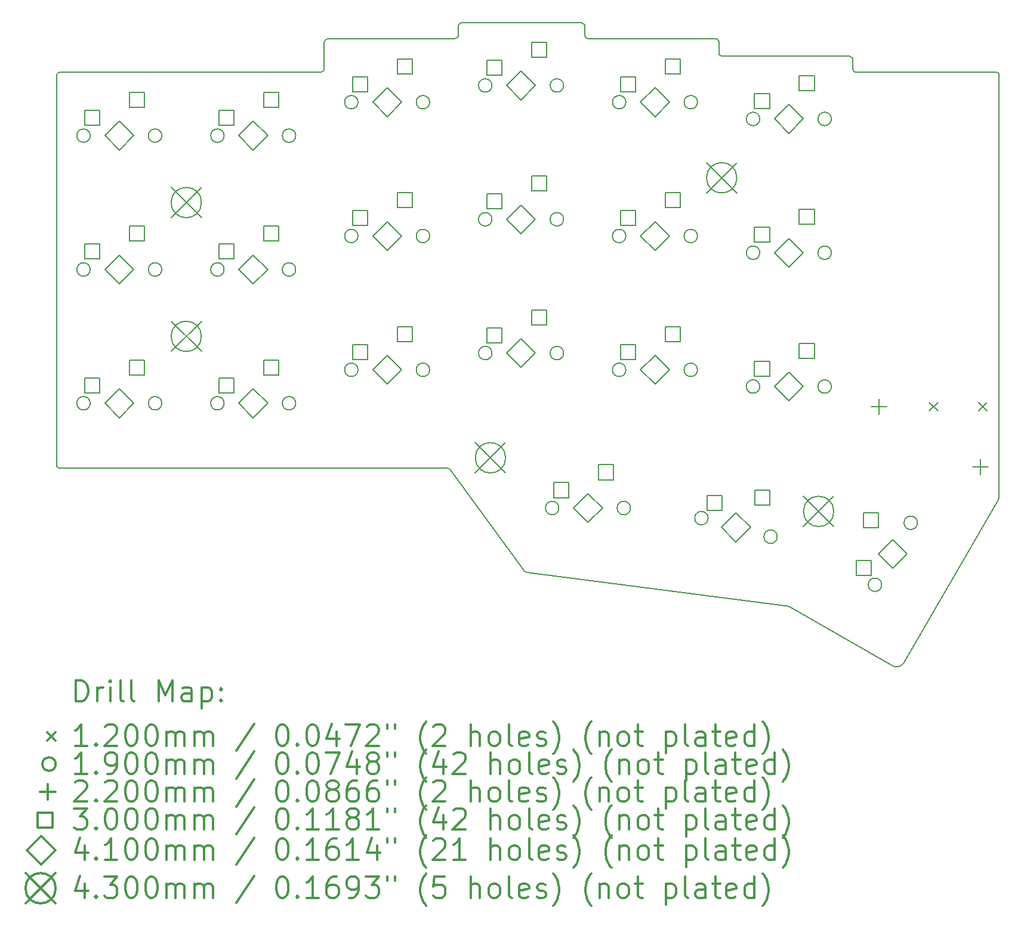
<source format=gbr>
%FSLAX45Y45*%
G04 Gerber Fmt 4.5, Leading zero omitted, Abs format (unit mm)*
G04 Created by KiCad (PCBNEW (5.1.10)-1) date 2021-11-26 09:54:35*
%MOMM*%
%LPD*%
G01*
G04 APERTURE LIST*
%TA.AperFunction,Profile*%
%ADD10C,0.200000*%
%TD*%
%ADD11C,0.200000*%
%ADD12C,0.300000*%
G04 APERTURE END LIST*
D10*
X8545891Y-7834063D02*
X8528538Y-7822765D01*
X8528538Y-7822765D02*
X8510534Y-7819407D01*
X13368050Y-9784400D02*
X13347880Y-9778977D01*
X13347880Y-9778977D02*
X13327428Y-9774800D01*
X13327428Y-9774800D02*
X13306752Y-9771878D01*
X13306752Y-9771878D02*
X13302594Y-9771446D01*
X9600193Y-9279779D02*
X9617548Y-9291062D01*
X9617548Y-9291062D02*
X9635549Y-9294409D01*
X16312821Y-8279172D02*
X16321769Y-8261285D01*
X16321769Y-8261285D02*
X16329317Y-8239823D01*
X16329317Y-8239823D02*
X16333935Y-8217559D01*
X16333935Y-8217559D02*
X16335544Y-8194790D01*
X16335544Y-8194790D02*
X16335530Y-8191923D01*
X12360382Y-1919171D02*
X12360382Y-1769311D01*
X14210516Y-1969209D02*
X12410420Y-1969209D01*
X16335530Y-2244417D02*
X16330597Y-2222748D01*
X16330597Y-2222748D02*
X16317336Y-2205848D01*
X16317336Y-2205848D02*
X16298033Y-2196006D01*
X16298033Y-2196006D02*
X16285542Y-2194430D01*
X16335478Y-2244290D02*
X16335478Y-8191694D01*
X2960537Y-2244417D02*
X2960360Y-7769293D01*
X6710539Y-2194430D02*
X6732217Y-2189505D01*
X6732217Y-2189505D02*
X6749126Y-2176244D01*
X6749126Y-2176244D02*
X6758974Y-2156938D01*
X6758974Y-2156938D02*
X6760551Y-2144443D01*
X6760551Y-2144443D02*
X6760551Y-2144418D01*
X6710412Y-2194253D02*
X3010550Y-2194430D01*
X6810538Y-1719425D02*
X6788869Y-1724358D01*
X6788869Y-1724358D02*
X6771969Y-1737619D01*
X6771969Y-1737619D02*
X6762127Y-1756921D01*
X6762127Y-1756921D02*
X6760551Y-1769413D01*
X8710533Y-1494407D02*
X8688857Y-1499343D01*
X8688857Y-1499343D02*
X8671955Y-1512612D01*
X8671955Y-1512612D02*
X8662117Y-1531923D01*
X8662117Y-1531923D02*
X8660546Y-1544419D01*
X8610330Y-1719273D02*
X7420950Y-1719273D01*
X16285440Y-2194253D02*
X14310541Y-2194430D01*
X10410426Y-1494229D02*
X8710406Y-1494229D01*
X14260300Y-2019247D02*
X14260529Y-2144418D01*
X14260529Y-2019424D02*
X14255603Y-1997746D01*
X14255603Y-1997746D02*
X14242343Y-1980838D01*
X14242343Y-1980838D02*
X14223038Y-1970989D01*
X14223038Y-1970989D02*
X14210542Y-1969412D01*
X12310344Y-1719273D02*
X11698250Y-1719273D01*
X6760450Y-1769311D02*
X6760450Y-2144215D01*
X2960537Y-7769420D02*
X2965473Y-7791096D01*
X2965473Y-7791096D02*
X2978742Y-7807998D01*
X2978742Y-7807998D02*
X2998053Y-7817836D01*
X2998053Y-7817836D02*
X3010549Y-7819407D01*
X3010549Y-7819407D02*
X3010550Y-7819407D01*
X2960537Y-2244417D02*
X2960537Y-2244417D01*
X8610534Y-1719425D02*
X8632212Y-1714500D01*
X8632212Y-1714500D02*
X8649120Y-1701239D01*
X8649120Y-1701239D02*
X8658968Y-1681933D01*
X8658968Y-1681933D02*
X8660546Y-1669438D01*
X8660546Y-1669438D02*
X8660546Y-1669413D01*
X13368050Y-9784400D02*
X14797458Y-10610508D01*
X10460464Y-1669235D02*
X10460464Y-1544267D01*
X8660546Y-1544419D02*
X8660368Y-1669235D01*
X7413250Y-7819431D02*
X4098250Y-7819431D01*
X3010550Y-2194430D02*
X2988872Y-2199355D01*
X2988872Y-2199355D02*
X2971963Y-2212615D01*
X2971963Y-2212615D02*
X2962114Y-2231922D01*
X2962114Y-2231922D02*
X2960537Y-2244417D01*
X12360535Y-1769413D02*
X12355602Y-1747743D01*
X12355602Y-1747743D02*
X12342341Y-1730844D01*
X12342341Y-1730844D02*
X12323039Y-1721001D01*
X12323039Y-1721001D02*
X12310548Y-1719425D01*
X14990270Y-10572561D02*
X16312872Y-8279324D01*
X8545891Y-7834063D02*
X9600193Y-9279779D01*
X14797458Y-10610508D02*
X14815864Y-10620987D01*
X14815864Y-10620987D02*
X14835139Y-10628387D01*
X14835139Y-10628387D02*
X14854956Y-10632772D01*
X14854956Y-10632772D02*
X14874990Y-10634205D01*
X14874990Y-10634205D02*
X14901473Y-10631634D01*
X14901473Y-10631634D02*
X14926986Y-10624079D01*
X14926986Y-10624079D02*
X14945018Y-10615234D01*
X14945018Y-10615234D02*
X14961742Y-10603733D01*
X14961742Y-10603733D02*
X14976832Y-10589642D01*
X14976832Y-10589642D02*
X14989960Y-10573023D01*
X14260529Y-2144418D02*
X14265454Y-2166096D01*
X14265454Y-2166096D02*
X14278715Y-2183005D01*
X14278715Y-2183005D02*
X14298021Y-2192853D01*
X14298021Y-2192853D02*
X14310517Y-2194430D01*
X14310517Y-2194430D02*
X14310541Y-2194430D01*
X10460541Y-1669413D02*
X10465466Y-1691091D01*
X10465466Y-1691091D02*
X10478726Y-1707999D01*
X10478726Y-1707999D02*
X10498033Y-1717848D01*
X10498033Y-1717848D02*
X10510528Y-1719425D01*
X10510553Y-1719425D02*
X11713550Y-1719425D01*
X3010550Y-7819407D02*
X4098250Y-7819431D01*
X8660546Y-1544419D02*
X8660546Y-1544419D01*
X14989960Y-10573023D02*
X14990270Y-10572561D01*
X10510528Y-1719425D02*
X10510553Y-1719425D01*
X6810538Y-1719425D02*
X7423250Y-1719425D01*
X9635549Y-9294409D02*
X13302594Y-9771446D01*
X10460541Y-1544419D02*
X10455616Y-1522741D01*
X10455616Y-1522741D02*
X10442355Y-1505832D01*
X10442355Y-1505832D02*
X10423049Y-1495984D01*
X10423049Y-1495984D02*
X10410553Y-1494407D01*
X8510534Y-7819407D02*
X7413250Y-7819431D01*
X12360535Y-1919425D02*
X12365471Y-1941100D01*
X12365471Y-1941100D02*
X12378740Y-1958002D01*
X12378740Y-1958002D02*
X12398051Y-1967841D01*
X12398051Y-1967841D02*
X12410547Y-1969412D01*
D11*
X15344950Y-6886600D02*
X15464950Y-7006600D01*
X15464950Y-6886600D02*
X15344950Y-7006600D01*
X16044950Y-6886600D02*
X16164950Y-7006600D01*
X16164950Y-6886600D02*
X16044950Y-7006600D01*
X3439250Y-3095400D02*
G75*
G03*
X3439250Y-3095400I-95000J0D01*
G01*
X3439250Y-4995400D02*
G75*
G03*
X3439250Y-4995400I-95000J0D01*
G01*
X3439250Y-6895400D02*
G75*
G03*
X3439250Y-6895400I-95000J0D01*
G01*
X4455250Y-3095400D02*
G75*
G03*
X4455250Y-3095400I-95000J0D01*
G01*
X4455250Y-4995400D02*
G75*
G03*
X4455250Y-4995400I-95000J0D01*
G01*
X4455250Y-6895400D02*
G75*
G03*
X4455250Y-6895400I-95000J0D01*
G01*
X5339250Y-3095400D02*
G75*
G03*
X5339250Y-3095400I-95000J0D01*
G01*
X5339250Y-4995400D02*
G75*
G03*
X5339250Y-4995400I-95000J0D01*
G01*
X5339250Y-6895400D02*
G75*
G03*
X5339250Y-6895400I-95000J0D01*
G01*
X6355250Y-3095400D02*
G75*
G03*
X6355250Y-3095400I-95000J0D01*
G01*
X6355250Y-4995400D02*
G75*
G03*
X6355250Y-4995400I-95000J0D01*
G01*
X6355250Y-6895400D02*
G75*
G03*
X6355250Y-6895400I-95000J0D01*
G01*
X7239250Y-2620400D02*
G75*
G03*
X7239250Y-2620400I-95000J0D01*
G01*
X7239250Y-4520400D02*
G75*
G03*
X7239250Y-4520400I-95000J0D01*
G01*
X7239250Y-6420400D02*
G75*
G03*
X7239250Y-6420400I-95000J0D01*
G01*
X8255250Y-2620400D02*
G75*
G03*
X8255250Y-2620400I-95000J0D01*
G01*
X8255250Y-4520400D02*
G75*
G03*
X8255250Y-4520400I-95000J0D01*
G01*
X8255250Y-6420400D02*
G75*
G03*
X8255250Y-6420400I-95000J0D01*
G01*
X9139250Y-2382900D02*
G75*
G03*
X9139250Y-2382900I-95000J0D01*
G01*
X9139250Y-4282900D02*
G75*
G03*
X9139250Y-4282900I-95000J0D01*
G01*
X9139250Y-6182900D02*
G75*
G03*
X9139250Y-6182900I-95000J0D01*
G01*
X10089250Y-8382900D02*
G75*
G03*
X10089250Y-8382900I-95000J0D01*
G01*
X10155250Y-2382900D02*
G75*
G03*
X10155250Y-2382900I-95000J0D01*
G01*
X10155250Y-4282900D02*
G75*
G03*
X10155250Y-4282900I-95000J0D01*
G01*
X10155250Y-6182900D02*
G75*
G03*
X10155250Y-6182900I-95000J0D01*
G01*
X11039250Y-2620400D02*
G75*
G03*
X11039250Y-2620400I-95000J0D01*
G01*
X11039250Y-4520400D02*
G75*
G03*
X11039250Y-4520400I-95000J0D01*
G01*
X11039250Y-6420400D02*
G75*
G03*
X11039250Y-6420400I-95000J0D01*
G01*
X11105250Y-8382900D02*
G75*
G03*
X11105250Y-8382900I-95000J0D01*
G01*
X12055250Y-2620400D02*
G75*
G03*
X12055250Y-2620400I-95000J0D01*
G01*
X12055250Y-4520400D02*
G75*
G03*
X12055250Y-4520400I-95000J0D01*
G01*
X12055250Y-6420400D02*
G75*
G03*
X12055250Y-6420400I-95000J0D01*
G01*
X12206560Y-8526420D02*
G75*
G03*
X12206560Y-8526420I-95000J0D01*
G01*
X12939250Y-2857900D02*
G75*
G03*
X12939250Y-2857900I-95000J0D01*
G01*
X12939250Y-4757900D02*
G75*
G03*
X12939250Y-4757900I-95000J0D01*
G01*
X12939250Y-6657900D02*
G75*
G03*
X12939250Y-6657900I-95000J0D01*
G01*
X13187940Y-8789380D02*
G75*
G03*
X13187940Y-8789380I-95000J0D01*
G01*
X13955250Y-2857900D02*
G75*
G03*
X13955250Y-2857900I-95000J0D01*
G01*
X13955250Y-4757900D02*
G75*
G03*
X13955250Y-4757900I-95000J0D01*
G01*
X13955250Y-6657900D02*
G75*
G03*
X13955250Y-6657900I-95000J0D01*
G01*
X14668250Y-9472841D02*
G75*
G03*
X14668250Y-9472841I-95000J0D01*
G01*
X15176250Y-8592959D02*
G75*
G03*
X15176250Y-8592959I-95000J0D01*
G01*
X14628450Y-6832800D02*
X14628450Y-7052800D01*
X14518450Y-6942800D02*
X14738450Y-6942800D01*
X16071650Y-7684900D02*
X16071650Y-7904900D01*
X15961650Y-7794900D02*
X16181650Y-7794900D01*
X3577317Y-2947467D02*
X3577317Y-2735333D01*
X3365183Y-2735333D01*
X3365183Y-2947467D01*
X3577317Y-2947467D01*
X3577317Y-4847467D02*
X3577317Y-4635333D01*
X3365183Y-4635333D01*
X3365183Y-4847467D01*
X3577317Y-4847467D01*
X3577317Y-6747467D02*
X3577317Y-6535333D01*
X3365183Y-6535333D01*
X3365183Y-6747467D01*
X3577317Y-6747467D01*
X4212317Y-2693467D02*
X4212317Y-2481333D01*
X4000183Y-2481333D01*
X4000183Y-2693467D01*
X4212317Y-2693467D01*
X4212317Y-4593467D02*
X4212317Y-4381333D01*
X4000183Y-4381333D01*
X4000183Y-4593467D01*
X4212317Y-4593467D01*
X4212317Y-6493467D02*
X4212317Y-6281333D01*
X4000183Y-6281333D01*
X4000183Y-6493467D01*
X4212317Y-6493467D01*
X5477317Y-2947467D02*
X5477317Y-2735333D01*
X5265183Y-2735333D01*
X5265183Y-2947467D01*
X5477317Y-2947467D01*
X5477317Y-4847467D02*
X5477317Y-4635333D01*
X5265183Y-4635333D01*
X5265183Y-4847467D01*
X5477317Y-4847467D01*
X5477317Y-6747467D02*
X5477317Y-6535333D01*
X5265183Y-6535333D01*
X5265183Y-6747467D01*
X5477317Y-6747467D01*
X6112317Y-2693467D02*
X6112317Y-2481333D01*
X5900183Y-2481333D01*
X5900183Y-2693467D01*
X6112317Y-2693467D01*
X6112317Y-4593467D02*
X6112317Y-4381333D01*
X5900183Y-4381333D01*
X5900183Y-4593467D01*
X6112317Y-4593467D01*
X6112317Y-6493467D02*
X6112317Y-6281333D01*
X5900183Y-6281333D01*
X5900183Y-6493467D01*
X6112317Y-6493467D01*
X7377317Y-2472467D02*
X7377317Y-2260333D01*
X7165183Y-2260333D01*
X7165183Y-2472467D01*
X7377317Y-2472467D01*
X7377317Y-4372467D02*
X7377317Y-4160333D01*
X7165183Y-4160333D01*
X7165183Y-4372467D01*
X7377317Y-4372467D01*
X7377317Y-6272467D02*
X7377317Y-6060333D01*
X7165183Y-6060333D01*
X7165183Y-6272467D01*
X7377317Y-6272467D01*
X8012317Y-2218467D02*
X8012317Y-2006333D01*
X7800183Y-2006333D01*
X7800183Y-2218467D01*
X8012317Y-2218467D01*
X8012317Y-4118467D02*
X8012317Y-3906333D01*
X7800183Y-3906333D01*
X7800183Y-4118467D01*
X8012317Y-4118467D01*
X8012317Y-6018467D02*
X8012317Y-5806333D01*
X7800183Y-5806333D01*
X7800183Y-6018467D01*
X8012317Y-6018467D01*
X9277317Y-2234967D02*
X9277317Y-2022833D01*
X9065183Y-2022833D01*
X9065183Y-2234967D01*
X9277317Y-2234967D01*
X9277317Y-4134967D02*
X9277317Y-3922833D01*
X9065183Y-3922833D01*
X9065183Y-4134967D01*
X9277317Y-4134967D01*
X9277317Y-6034967D02*
X9277317Y-5822833D01*
X9065183Y-5822833D01*
X9065183Y-6034967D01*
X9277317Y-6034967D01*
X9912317Y-1980967D02*
X9912317Y-1768833D01*
X9700183Y-1768833D01*
X9700183Y-1980967D01*
X9912317Y-1980967D01*
X9912317Y-3880967D02*
X9912317Y-3668833D01*
X9700183Y-3668833D01*
X9700183Y-3880967D01*
X9912317Y-3880967D01*
X9912317Y-5780967D02*
X9912317Y-5568833D01*
X9700183Y-5568833D01*
X9700183Y-5780967D01*
X9912317Y-5780967D01*
X10227317Y-8234967D02*
X10227317Y-8022833D01*
X10015183Y-8022833D01*
X10015183Y-8234967D01*
X10227317Y-8234967D01*
X10862317Y-7980967D02*
X10862317Y-7768833D01*
X10650183Y-7768833D01*
X10650183Y-7980967D01*
X10862317Y-7980967D01*
X11177317Y-2472467D02*
X11177317Y-2260333D01*
X10965183Y-2260333D01*
X10965183Y-2472467D01*
X11177317Y-2472467D01*
X11177317Y-4372467D02*
X11177317Y-4160333D01*
X10965183Y-4160333D01*
X10965183Y-4372467D01*
X11177317Y-4372467D01*
X11177317Y-6272467D02*
X11177317Y-6060333D01*
X10965183Y-6060333D01*
X10965183Y-6272467D01*
X11177317Y-6272467D01*
X11812317Y-2218467D02*
X11812317Y-2006333D01*
X11600183Y-2006333D01*
X11600183Y-2218467D01*
X11812317Y-2218467D01*
X11812317Y-4118467D02*
X11812317Y-3906333D01*
X11600183Y-3906333D01*
X11600183Y-4118467D01*
X11812317Y-4118467D01*
X11812317Y-6018467D02*
X11812317Y-5806333D01*
X11600183Y-5806333D01*
X11600183Y-6018467D01*
X11812317Y-6018467D01*
X12406039Y-8420012D02*
X12406039Y-8207878D01*
X12193905Y-8207878D01*
X12193905Y-8420012D01*
X12406039Y-8420012D01*
X13077317Y-2709967D02*
X13077317Y-2497833D01*
X12865183Y-2497833D01*
X12865183Y-2709967D01*
X13077317Y-2709967D01*
X13077317Y-4609967D02*
X13077317Y-4397833D01*
X12865183Y-4397833D01*
X12865183Y-4609967D01*
X13077317Y-4609967D01*
X13077317Y-6509967D02*
X13077317Y-6297833D01*
X12865183Y-6297833D01*
X12865183Y-6509967D01*
X13077317Y-6509967D01*
X13085142Y-8339017D02*
X13085142Y-8126883D01*
X12873008Y-8126883D01*
X12873008Y-8339017D01*
X13085142Y-8339017D01*
X13712317Y-2455967D02*
X13712317Y-2243833D01*
X13500183Y-2243833D01*
X13500183Y-2455967D01*
X13712317Y-2455967D01*
X13712317Y-4355967D02*
X13712317Y-4143833D01*
X13500183Y-4143833D01*
X13500183Y-4355967D01*
X13712317Y-4355967D01*
X13712317Y-6255967D02*
X13712317Y-6043833D01*
X13500183Y-6043833D01*
X13500183Y-6255967D01*
X13712317Y-6255967D01*
X14522846Y-9341923D02*
X14522846Y-9129789D01*
X14310712Y-9129789D01*
X14310712Y-9341923D01*
X14522846Y-9341923D01*
X14620376Y-8664997D02*
X14620376Y-8452863D01*
X14408242Y-8452863D01*
X14408242Y-8664997D01*
X14620376Y-8664997D01*
X3852250Y-3300400D02*
X4057250Y-3095400D01*
X3852250Y-2890400D01*
X3647250Y-3095400D01*
X3852250Y-3300400D01*
X3852250Y-5200400D02*
X4057250Y-4995400D01*
X3852250Y-4790400D01*
X3647250Y-4995400D01*
X3852250Y-5200400D01*
X3852250Y-7100400D02*
X4057250Y-6895400D01*
X3852250Y-6690400D01*
X3647250Y-6895400D01*
X3852250Y-7100400D01*
X5752250Y-3300400D02*
X5957250Y-3095400D01*
X5752250Y-2890400D01*
X5547250Y-3095400D01*
X5752250Y-3300400D01*
X5752250Y-5200400D02*
X5957250Y-4995400D01*
X5752250Y-4790400D01*
X5547250Y-4995400D01*
X5752250Y-5200400D01*
X5752250Y-7100400D02*
X5957250Y-6895400D01*
X5752250Y-6690400D01*
X5547250Y-6895400D01*
X5752250Y-7100400D01*
X7652250Y-2825400D02*
X7857250Y-2620400D01*
X7652250Y-2415400D01*
X7447250Y-2620400D01*
X7652250Y-2825400D01*
X7652250Y-4725400D02*
X7857250Y-4520400D01*
X7652250Y-4315400D01*
X7447250Y-4520400D01*
X7652250Y-4725400D01*
X7652250Y-6625400D02*
X7857250Y-6420400D01*
X7652250Y-6215400D01*
X7447250Y-6420400D01*
X7652250Y-6625400D01*
X9552250Y-2587900D02*
X9757250Y-2382900D01*
X9552250Y-2177900D01*
X9347250Y-2382900D01*
X9552250Y-2587900D01*
X9552250Y-4487900D02*
X9757250Y-4282900D01*
X9552250Y-4077900D01*
X9347250Y-4282900D01*
X9552250Y-4487900D01*
X9552250Y-6387900D02*
X9757250Y-6182900D01*
X9552250Y-5977900D01*
X9347250Y-6182900D01*
X9552250Y-6387900D01*
X10502250Y-8587900D02*
X10707250Y-8382900D01*
X10502250Y-8177900D01*
X10297250Y-8382900D01*
X10502250Y-8587900D01*
X11452250Y-2825400D02*
X11657250Y-2620400D01*
X11452250Y-2415400D01*
X11247250Y-2620400D01*
X11452250Y-2825400D01*
X11452250Y-4725400D02*
X11657250Y-4520400D01*
X11452250Y-4315400D01*
X11247250Y-4520400D01*
X11452250Y-4725400D01*
X11452250Y-6625400D02*
X11657250Y-6420400D01*
X11452250Y-6215400D01*
X11247250Y-6420400D01*
X11452250Y-6625400D01*
X12602250Y-8862900D02*
X12807250Y-8657900D01*
X12602250Y-8452900D01*
X12397250Y-8657900D01*
X12602250Y-8862900D01*
X13352250Y-3062900D02*
X13557250Y-2857900D01*
X13352250Y-2652900D01*
X13147250Y-2857900D01*
X13352250Y-3062900D01*
X13352250Y-4962900D02*
X13557250Y-4757900D01*
X13352250Y-4552900D01*
X13147250Y-4757900D01*
X13352250Y-4962900D01*
X13352250Y-6862900D02*
X13557250Y-6657900D01*
X13352250Y-6452900D01*
X13147250Y-6657900D01*
X13352250Y-6862900D01*
X14827250Y-9237900D02*
X15032250Y-9032900D01*
X14827250Y-8827900D01*
X14622250Y-9032900D01*
X14827250Y-9237900D01*
X4587250Y-3830400D02*
X5017250Y-4260400D01*
X5017250Y-3830400D02*
X4587250Y-4260400D01*
X5017250Y-4045400D02*
G75*
G03*
X5017250Y-4045400I-215000J0D01*
G01*
X4587250Y-5730400D02*
X5017250Y-6160400D01*
X5017250Y-5730400D02*
X4587250Y-6160400D01*
X5017250Y-5945400D02*
G75*
G03*
X5017250Y-5945400I-215000J0D01*
G01*
X8902950Y-7454450D02*
X9332950Y-7884450D01*
X9332950Y-7454450D02*
X8902950Y-7884450D01*
X9332950Y-7669450D02*
G75*
G03*
X9332950Y-7669450I-215000J0D01*
G01*
X12184050Y-3478950D02*
X12614050Y-3908950D01*
X12614050Y-3478950D02*
X12184050Y-3908950D01*
X12614050Y-3693950D02*
G75*
G03*
X12614050Y-3693950I-215000J0D01*
G01*
X13559550Y-8215900D02*
X13989550Y-8645900D01*
X13989550Y-8215900D02*
X13559550Y-8645900D01*
X13989550Y-8430900D02*
G75*
G03*
X13989550Y-8430900I-215000J0D01*
G01*
D12*
X3236966Y-11129030D02*
X3236966Y-10829030D01*
X3308394Y-10829030D01*
X3351251Y-10843315D01*
X3379823Y-10871887D01*
X3394108Y-10900458D01*
X3408394Y-10957601D01*
X3408394Y-11000458D01*
X3394108Y-11057601D01*
X3379823Y-11086173D01*
X3351251Y-11114744D01*
X3308394Y-11129030D01*
X3236966Y-11129030D01*
X3536966Y-11129030D02*
X3536966Y-10929030D01*
X3536966Y-10986173D02*
X3551251Y-10957601D01*
X3565537Y-10943315D01*
X3594108Y-10929030D01*
X3622680Y-10929030D01*
X3722680Y-11129030D02*
X3722680Y-10929030D01*
X3722680Y-10829030D02*
X3708394Y-10843315D01*
X3722680Y-10857601D01*
X3736966Y-10843315D01*
X3722680Y-10829030D01*
X3722680Y-10857601D01*
X3908394Y-11129030D02*
X3879823Y-11114744D01*
X3865537Y-11086173D01*
X3865537Y-10829030D01*
X4065537Y-11129030D02*
X4036966Y-11114744D01*
X4022680Y-11086173D01*
X4022680Y-10829030D01*
X4408394Y-11129030D02*
X4408394Y-10829030D01*
X4508394Y-11043315D01*
X4608394Y-10829030D01*
X4608394Y-11129030D01*
X4879823Y-11129030D02*
X4879823Y-10971887D01*
X4865537Y-10943315D01*
X4836966Y-10929030D01*
X4779823Y-10929030D01*
X4751251Y-10943315D01*
X4879823Y-11114744D02*
X4851251Y-11129030D01*
X4779823Y-11129030D01*
X4751251Y-11114744D01*
X4736966Y-11086173D01*
X4736966Y-11057601D01*
X4751251Y-11029030D01*
X4779823Y-11014744D01*
X4851251Y-11014744D01*
X4879823Y-11000458D01*
X5022680Y-10929030D02*
X5022680Y-11229030D01*
X5022680Y-10943315D02*
X5051251Y-10929030D01*
X5108394Y-10929030D01*
X5136966Y-10943315D01*
X5151251Y-10957601D01*
X5165537Y-10986173D01*
X5165537Y-11071887D01*
X5151251Y-11100458D01*
X5136966Y-11114744D01*
X5108394Y-11129030D01*
X5051251Y-11129030D01*
X5022680Y-11114744D01*
X5294109Y-11100458D02*
X5308394Y-11114744D01*
X5294109Y-11129030D01*
X5279823Y-11114744D01*
X5294109Y-11100458D01*
X5294109Y-11129030D01*
X5294109Y-10943315D02*
X5308394Y-10957601D01*
X5294109Y-10971887D01*
X5279823Y-10957601D01*
X5294109Y-10943315D01*
X5294109Y-10971887D01*
X2830537Y-11563315D02*
X2950537Y-11683315D01*
X2950537Y-11563315D02*
X2830537Y-11683315D01*
X3394108Y-11759030D02*
X3222680Y-11759030D01*
X3308394Y-11759030D02*
X3308394Y-11459030D01*
X3279823Y-11501887D01*
X3251251Y-11530458D01*
X3222680Y-11544744D01*
X3522680Y-11730458D02*
X3536966Y-11744744D01*
X3522680Y-11759030D01*
X3508394Y-11744744D01*
X3522680Y-11730458D01*
X3522680Y-11759030D01*
X3651251Y-11487601D02*
X3665537Y-11473315D01*
X3694108Y-11459030D01*
X3765537Y-11459030D01*
X3794108Y-11473315D01*
X3808394Y-11487601D01*
X3822680Y-11516172D01*
X3822680Y-11544744D01*
X3808394Y-11587601D01*
X3636966Y-11759030D01*
X3822680Y-11759030D01*
X4008394Y-11459030D02*
X4036966Y-11459030D01*
X4065537Y-11473315D01*
X4079823Y-11487601D01*
X4094108Y-11516172D01*
X4108394Y-11573315D01*
X4108394Y-11644744D01*
X4094108Y-11701887D01*
X4079823Y-11730458D01*
X4065537Y-11744744D01*
X4036966Y-11759030D01*
X4008394Y-11759030D01*
X3979823Y-11744744D01*
X3965537Y-11730458D01*
X3951251Y-11701887D01*
X3936966Y-11644744D01*
X3936966Y-11573315D01*
X3951251Y-11516172D01*
X3965537Y-11487601D01*
X3979823Y-11473315D01*
X4008394Y-11459030D01*
X4294109Y-11459030D02*
X4322680Y-11459030D01*
X4351251Y-11473315D01*
X4365537Y-11487601D01*
X4379823Y-11516172D01*
X4394109Y-11573315D01*
X4394109Y-11644744D01*
X4379823Y-11701887D01*
X4365537Y-11730458D01*
X4351251Y-11744744D01*
X4322680Y-11759030D01*
X4294109Y-11759030D01*
X4265537Y-11744744D01*
X4251251Y-11730458D01*
X4236966Y-11701887D01*
X4222680Y-11644744D01*
X4222680Y-11573315D01*
X4236966Y-11516172D01*
X4251251Y-11487601D01*
X4265537Y-11473315D01*
X4294109Y-11459030D01*
X4522680Y-11759030D02*
X4522680Y-11559030D01*
X4522680Y-11587601D02*
X4536966Y-11573315D01*
X4565537Y-11559030D01*
X4608394Y-11559030D01*
X4636966Y-11573315D01*
X4651251Y-11601887D01*
X4651251Y-11759030D01*
X4651251Y-11601887D02*
X4665537Y-11573315D01*
X4694109Y-11559030D01*
X4736966Y-11559030D01*
X4765537Y-11573315D01*
X4779823Y-11601887D01*
X4779823Y-11759030D01*
X4922680Y-11759030D02*
X4922680Y-11559030D01*
X4922680Y-11587601D02*
X4936966Y-11573315D01*
X4965537Y-11559030D01*
X5008394Y-11559030D01*
X5036966Y-11573315D01*
X5051251Y-11601887D01*
X5051251Y-11759030D01*
X5051251Y-11601887D02*
X5065537Y-11573315D01*
X5094109Y-11559030D01*
X5136966Y-11559030D01*
X5165537Y-11573315D01*
X5179823Y-11601887D01*
X5179823Y-11759030D01*
X5765537Y-11444744D02*
X5508394Y-11830458D01*
X6151251Y-11459030D02*
X6179823Y-11459030D01*
X6208394Y-11473315D01*
X6222680Y-11487601D01*
X6236966Y-11516172D01*
X6251251Y-11573315D01*
X6251251Y-11644744D01*
X6236966Y-11701887D01*
X6222680Y-11730458D01*
X6208394Y-11744744D01*
X6179823Y-11759030D01*
X6151251Y-11759030D01*
X6122680Y-11744744D01*
X6108394Y-11730458D01*
X6094108Y-11701887D01*
X6079823Y-11644744D01*
X6079823Y-11573315D01*
X6094108Y-11516172D01*
X6108394Y-11487601D01*
X6122680Y-11473315D01*
X6151251Y-11459030D01*
X6379823Y-11730458D02*
X6394108Y-11744744D01*
X6379823Y-11759030D01*
X6365537Y-11744744D01*
X6379823Y-11730458D01*
X6379823Y-11759030D01*
X6579823Y-11459030D02*
X6608394Y-11459030D01*
X6636966Y-11473315D01*
X6651251Y-11487601D01*
X6665537Y-11516172D01*
X6679823Y-11573315D01*
X6679823Y-11644744D01*
X6665537Y-11701887D01*
X6651251Y-11730458D01*
X6636966Y-11744744D01*
X6608394Y-11759030D01*
X6579823Y-11759030D01*
X6551251Y-11744744D01*
X6536966Y-11730458D01*
X6522680Y-11701887D01*
X6508394Y-11644744D01*
X6508394Y-11573315D01*
X6522680Y-11516172D01*
X6536966Y-11487601D01*
X6551251Y-11473315D01*
X6579823Y-11459030D01*
X6936966Y-11559030D02*
X6936966Y-11759030D01*
X6865537Y-11444744D02*
X6794108Y-11659030D01*
X6979823Y-11659030D01*
X7065537Y-11459030D02*
X7265537Y-11459030D01*
X7136966Y-11759030D01*
X7365537Y-11487601D02*
X7379823Y-11473315D01*
X7408394Y-11459030D01*
X7479823Y-11459030D01*
X7508394Y-11473315D01*
X7522680Y-11487601D01*
X7536966Y-11516172D01*
X7536966Y-11544744D01*
X7522680Y-11587601D01*
X7351251Y-11759030D01*
X7536966Y-11759030D01*
X7651251Y-11459030D02*
X7651251Y-11516172D01*
X7765537Y-11459030D02*
X7765537Y-11516172D01*
X8208394Y-11873315D02*
X8194108Y-11859030D01*
X8165537Y-11816172D01*
X8151251Y-11787601D01*
X8136966Y-11744744D01*
X8122680Y-11673315D01*
X8122680Y-11616172D01*
X8136966Y-11544744D01*
X8151251Y-11501887D01*
X8165537Y-11473315D01*
X8194108Y-11430458D01*
X8208394Y-11416172D01*
X8308394Y-11487601D02*
X8322680Y-11473315D01*
X8351251Y-11459030D01*
X8422680Y-11459030D01*
X8451251Y-11473315D01*
X8465537Y-11487601D01*
X8479823Y-11516172D01*
X8479823Y-11544744D01*
X8465537Y-11587601D01*
X8294108Y-11759030D01*
X8479823Y-11759030D01*
X8836966Y-11759030D02*
X8836966Y-11459030D01*
X8965537Y-11759030D02*
X8965537Y-11601887D01*
X8951251Y-11573315D01*
X8922680Y-11559030D01*
X8879823Y-11559030D01*
X8851251Y-11573315D01*
X8836966Y-11587601D01*
X9151251Y-11759030D02*
X9122680Y-11744744D01*
X9108394Y-11730458D01*
X9094109Y-11701887D01*
X9094109Y-11616172D01*
X9108394Y-11587601D01*
X9122680Y-11573315D01*
X9151251Y-11559030D01*
X9194109Y-11559030D01*
X9222680Y-11573315D01*
X9236966Y-11587601D01*
X9251251Y-11616172D01*
X9251251Y-11701887D01*
X9236966Y-11730458D01*
X9222680Y-11744744D01*
X9194109Y-11759030D01*
X9151251Y-11759030D01*
X9422680Y-11759030D02*
X9394109Y-11744744D01*
X9379823Y-11716172D01*
X9379823Y-11459030D01*
X9651251Y-11744744D02*
X9622680Y-11759030D01*
X9565537Y-11759030D01*
X9536966Y-11744744D01*
X9522680Y-11716172D01*
X9522680Y-11601887D01*
X9536966Y-11573315D01*
X9565537Y-11559030D01*
X9622680Y-11559030D01*
X9651251Y-11573315D01*
X9665537Y-11601887D01*
X9665537Y-11630458D01*
X9522680Y-11659030D01*
X9779823Y-11744744D02*
X9808394Y-11759030D01*
X9865537Y-11759030D01*
X9894109Y-11744744D01*
X9908394Y-11716172D01*
X9908394Y-11701887D01*
X9894109Y-11673315D01*
X9865537Y-11659030D01*
X9822680Y-11659030D01*
X9794109Y-11644744D01*
X9779823Y-11616172D01*
X9779823Y-11601887D01*
X9794109Y-11573315D01*
X9822680Y-11559030D01*
X9865537Y-11559030D01*
X9894109Y-11573315D01*
X10008394Y-11873315D02*
X10022680Y-11859030D01*
X10051251Y-11816172D01*
X10065537Y-11787601D01*
X10079823Y-11744744D01*
X10094109Y-11673315D01*
X10094109Y-11616172D01*
X10079823Y-11544744D01*
X10065537Y-11501887D01*
X10051251Y-11473315D01*
X10022680Y-11430458D01*
X10008394Y-11416172D01*
X10551251Y-11873315D02*
X10536966Y-11859030D01*
X10508394Y-11816172D01*
X10494109Y-11787601D01*
X10479823Y-11744744D01*
X10465537Y-11673315D01*
X10465537Y-11616172D01*
X10479823Y-11544744D01*
X10494109Y-11501887D01*
X10508394Y-11473315D01*
X10536966Y-11430458D01*
X10551251Y-11416172D01*
X10665537Y-11559030D02*
X10665537Y-11759030D01*
X10665537Y-11587601D02*
X10679823Y-11573315D01*
X10708394Y-11559030D01*
X10751251Y-11559030D01*
X10779823Y-11573315D01*
X10794109Y-11601887D01*
X10794109Y-11759030D01*
X10979823Y-11759030D02*
X10951251Y-11744744D01*
X10936966Y-11730458D01*
X10922680Y-11701887D01*
X10922680Y-11616172D01*
X10936966Y-11587601D01*
X10951251Y-11573315D01*
X10979823Y-11559030D01*
X11022680Y-11559030D01*
X11051251Y-11573315D01*
X11065537Y-11587601D01*
X11079823Y-11616172D01*
X11079823Y-11701887D01*
X11065537Y-11730458D01*
X11051251Y-11744744D01*
X11022680Y-11759030D01*
X10979823Y-11759030D01*
X11165537Y-11559030D02*
X11279823Y-11559030D01*
X11208394Y-11459030D02*
X11208394Y-11716172D01*
X11222680Y-11744744D01*
X11251251Y-11759030D01*
X11279823Y-11759030D01*
X11608394Y-11559030D02*
X11608394Y-11859030D01*
X11608394Y-11573315D02*
X11636966Y-11559030D01*
X11694108Y-11559030D01*
X11722680Y-11573315D01*
X11736966Y-11587601D01*
X11751251Y-11616172D01*
X11751251Y-11701887D01*
X11736966Y-11730458D01*
X11722680Y-11744744D01*
X11694108Y-11759030D01*
X11636966Y-11759030D01*
X11608394Y-11744744D01*
X11922680Y-11759030D02*
X11894108Y-11744744D01*
X11879823Y-11716172D01*
X11879823Y-11459030D01*
X12165537Y-11759030D02*
X12165537Y-11601887D01*
X12151251Y-11573315D01*
X12122680Y-11559030D01*
X12065537Y-11559030D01*
X12036966Y-11573315D01*
X12165537Y-11744744D02*
X12136966Y-11759030D01*
X12065537Y-11759030D01*
X12036966Y-11744744D01*
X12022680Y-11716172D01*
X12022680Y-11687601D01*
X12036966Y-11659030D01*
X12065537Y-11644744D01*
X12136966Y-11644744D01*
X12165537Y-11630458D01*
X12265537Y-11559030D02*
X12379823Y-11559030D01*
X12308394Y-11459030D02*
X12308394Y-11716172D01*
X12322680Y-11744744D01*
X12351251Y-11759030D01*
X12379823Y-11759030D01*
X12594108Y-11744744D02*
X12565537Y-11759030D01*
X12508394Y-11759030D01*
X12479823Y-11744744D01*
X12465537Y-11716172D01*
X12465537Y-11601887D01*
X12479823Y-11573315D01*
X12508394Y-11559030D01*
X12565537Y-11559030D01*
X12594108Y-11573315D01*
X12608394Y-11601887D01*
X12608394Y-11630458D01*
X12465537Y-11659030D01*
X12865537Y-11759030D02*
X12865537Y-11459030D01*
X12865537Y-11744744D02*
X12836966Y-11759030D01*
X12779823Y-11759030D01*
X12751251Y-11744744D01*
X12736966Y-11730458D01*
X12722680Y-11701887D01*
X12722680Y-11616172D01*
X12736966Y-11587601D01*
X12751251Y-11573315D01*
X12779823Y-11559030D01*
X12836966Y-11559030D01*
X12865537Y-11573315D01*
X12979823Y-11873315D02*
X12994108Y-11859030D01*
X13022680Y-11816172D01*
X13036966Y-11787601D01*
X13051251Y-11744744D01*
X13065537Y-11673315D01*
X13065537Y-11616172D01*
X13051251Y-11544744D01*
X13036966Y-11501887D01*
X13022680Y-11473315D01*
X12994108Y-11430458D01*
X12979823Y-11416172D01*
X2950537Y-12019315D02*
G75*
G03*
X2950537Y-12019315I-95000J0D01*
G01*
X3394108Y-12155030D02*
X3222680Y-12155030D01*
X3308394Y-12155030D02*
X3308394Y-11855030D01*
X3279823Y-11897887D01*
X3251251Y-11926458D01*
X3222680Y-11940744D01*
X3522680Y-12126458D02*
X3536966Y-12140744D01*
X3522680Y-12155030D01*
X3508394Y-12140744D01*
X3522680Y-12126458D01*
X3522680Y-12155030D01*
X3679823Y-12155030D02*
X3736966Y-12155030D01*
X3765537Y-12140744D01*
X3779823Y-12126458D01*
X3808394Y-12083601D01*
X3822680Y-12026458D01*
X3822680Y-11912172D01*
X3808394Y-11883601D01*
X3794108Y-11869315D01*
X3765537Y-11855030D01*
X3708394Y-11855030D01*
X3679823Y-11869315D01*
X3665537Y-11883601D01*
X3651251Y-11912172D01*
X3651251Y-11983601D01*
X3665537Y-12012172D01*
X3679823Y-12026458D01*
X3708394Y-12040744D01*
X3765537Y-12040744D01*
X3794108Y-12026458D01*
X3808394Y-12012172D01*
X3822680Y-11983601D01*
X4008394Y-11855030D02*
X4036966Y-11855030D01*
X4065537Y-11869315D01*
X4079823Y-11883601D01*
X4094108Y-11912172D01*
X4108394Y-11969315D01*
X4108394Y-12040744D01*
X4094108Y-12097887D01*
X4079823Y-12126458D01*
X4065537Y-12140744D01*
X4036966Y-12155030D01*
X4008394Y-12155030D01*
X3979823Y-12140744D01*
X3965537Y-12126458D01*
X3951251Y-12097887D01*
X3936966Y-12040744D01*
X3936966Y-11969315D01*
X3951251Y-11912172D01*
X3965537Y-11883601D01*
X3979823Y-11869315D01*
X4008394Y-11855030D01*
X4294109Y-11855030D02*
X4322680Y-11855030D01*
X4351251Y-11869315D01*
X4365537Y-11883601D01*
X4379823Y-11912172D01*
X4394109Y-11969315D01*
X4394109Y-12040744D01*
X4379823Y-12097887D01*
X4365537Y-12126458D01*
X4351251Y-12140744D01*
X4322680Y-12155030D01*
X4294109Y-12155030D01*
X4265537Y-12140744D01*
X4251251Y-12126458D01*
X4236966Y-12097887D01*
X4222680Y-12040744D01*
X4222680Y-11969315D01*
X4236966Y-11912172D01*
X4251251Y-11883601D01*
X4265537Y-11869315D01*
X4294109Y-11855030D01*
X4522680Y-12155030D02*
X4522680Y-11955030D01*
X4522680Y-11983601D02*
X4536966Y-11969315D01*
X4565537Y-11955030D01*
X4608394Y-11955030D01*
X4636966Y-11969315D01*
X4651251Y-11997887D01*
X4651251Y-12155030D01*
X4651251Y-11997887D02*
X4665537Y-11969315D01*
X4694109Y-11955030D01*
X4736966Y-11955030D01*
X4765537Y-11969315D01*
X4779823Y-11997887D01*
X4779823Y-12155030D01*
X4922680Y-12155030D02*
X4922680Y-11955030D01*
X4922680Y-11983601D02*
X4936966Y-11969315D01*
X4965537Y-11955030D01*
X5008394Y-11955030D01*
X5036966Y-11969315D01*
X5051251Y-11997887D01*
X5051251Y-12155030D01*
X5051251Y-11997887D02*
X5065537Y-11969315D01*
X5094109Y-11955030D01*
X5136966Y-11955030D01*
X5165537Y-11969315D01*
X5179823Y-11997887D01*
X5179823Y-12155030D01*
X5765537Y-11840744D02*
X5508394Y-12226458D01*
X6151251Y-11855030D02*
X6179823Y-11855030D01*
X6208394Y-11869315D01*
X6222680Y-11883601D01*
X6236966Y-11912172D01*
X6251251Y-11969315D01*
X6251251Y-12040744D01*
X6236966Y-12097887D01*
X6222680Y-12126458D01*
X6208394Y-12140744D01*
X6179823Y-12155030D01*
X6151251Y-12155030D01*
X6122680Y-12140744D01*
X6108394Y-12126458D01*
X6094108Y-12097887D01*
X6079823Y-12040744D01*
X6079823Y-11969315D01*
X6094108Y-11912172D01*
X6108394Y-11883601D01*
X6122680Y-11869315D01*
X6151251Y-11855030D01*
X6379823Y-12126458D02*
X6394108Y-12140744D01*
X6379823Y-12155030D01*
X6365537Y-12140744D01*
X6379823Y-12126458D01*
X6379823Y-12155030D01*
X6579823Y-11855030D02*
X6608394Y-11855030D01*
X6636966Y-11869315D01*
X6651251Y-11883601D01*
X6665537Y-11912172D01*
X6679823Y-11969315D01*
X6679823Y-12040744D01*
X6665537Y-12097887D01*
X6651251Y-12126458D01*
X6636966Y-12140744D01*
X6608394Y-12155030D01*
X6579823Y-12155030D01*
X6551251Y-12140744D01*
X6536966Y-12126458D01*
X6522680Y-12097887D01*
X6508394Y-12040744D01*
X6508394Y-11969315D01*
X6522680Y-11912172D01*
X6536966Y-11883601D01*
X6551251Y-11869315D01*
X6579823Y-11855030D01*
X6779823Y-11855030D02*
X6979823Y-11855030D01*
X6851251Y-12155030D01*
X7222680Y-11955030D02*
X7222680Y-12155030D01*
X7151251Y-11840744D02*
X7079823Y-12055030D01*
X7265537Y-12055030D01*
X7422680Y-11983601D02*
X7394108Y-11969315D01*
X7379823Y-11955030D01*
X7365537Y-11926458D01*
X7365537Y-11912172D01*
X7379823Y-11883601D01*
X7394108Y-11869315D01*
X7422680Y-11855030D01*
X7479823Y-11855030D01*
X7508394Y-11869315D01*
X7522680Y-11883601D01*
X7536966Y-11912172D01*
X7536966Y-11926458D01*
X7522680Y-11955030D01*
X7508394Y-11969315D01*
X7479823Y-11983601D01*
X7422680Y-11983601D01*
X7394108Y-11997887D01*
X7379823Y-12012172D01*
X7365537Y-12040744D01*
X7365537Y-12097887D01*
X7379823Y-12126458D01*
X7394108Y-12140744D01*
X7422680Y-12155030D01*
X7479823Y-12155030D01*
X7508394Y-12140744D01*
X7522680Y-12126458D01*
X7536966Y-12097887D01*
X7536966Y-12040744D01*
X7522680Y-12012172D01*
X7508394Y-11997887D01*
X7479823Y-11983601D01*
X7651251Y-11855030D02*
X7651251Y-11912172D01*
X7765537Y-11855030D02*
X7765537Y-11912172D01*
X8208394Y-12269315D02*
X8194108Y-12255030D01*
X8165537Y-12212172D01*
X8151251Y-12183601D01*
X8136966Y-12140744D01*
X8122680Y-12069315D01*
X8122680Y-12012172D01*
X8136966Y-11940744D01*
X8151251Y-11897887D01*
X8165537Y-11869315D01*
X8194108Y-11826458D01*
X8208394Y-11812172D01*
X8451251Y-11955030D02*
X8451251Y-12155030D01*
X8379823Y-11840744D02*
X8308394Y-12055030D01*
X8494109Y-12055030D01*
X8594109Y-11883601D02*
X8608394Y-11869315D01*
X8636966Y-11855030D01*
X8708394Y-11855030D01*
X8736966Y-11869315D01*
X8751251Y-11883601D01*
X8765537Y-11912172D01*
X8765537Y-11940744D01*
X8751251Y-11983601D01*
X8579823Y-12155030D01*
X8765537Y-12155030D01*
X9122680Y-12155030D02*
X9122680Y-11855030D01*
X9251251Y-12155030D02*
X9251251Y-11997887D01*
X9236966Y-11969315D01*
X9208394Y-11955030D01*
X9165537Y-11955030D01*
X9136966Y-11969315D01*
X9122680Y-11983601D01*
X9436966Y-12155030D02*
X9408394Y-12140744D01*
X9394109Y-12126458D01*
X9379823Y-12097887D01*
X9379823Y-12012172D01*
X9394109Y-11983601D01*
X9408394Y-11969315D01*
X9436966Y-11955030D01*
X9479823Y-11955030D01*
X9508394Y-11969315D01*
X9522680Y-11983601D01*
X9536966Y-12012172D01*
X9536966Y-12097887D01*
X9522680Y-12126458D01*
X9508394Y-12140744D01*
X9479823Y-12155030D01*
X9436966Y-12155030D01*
X9708394Y-12155030D02*
X9679823Y-12140744D01*
X9665537Y-12112172D01*
X9665537Y-11855030D01*
X9936966Y-12140744D02*
X9908394Y-12155030D01*
X9851251Y-12155030D01*
X9822680Y-12140744D01*
X9808394Y-12112172D01*
X9808394Y-11997887D01*
X9822680Y-11969315D01*
X9851251Y-11955030D01*
X9908394Y-11955030D01*
X9936966Y-11969315D01*
X9951251Y-11997887D01*
X9951251Y-12026458D01*
X9808394Y-12055030D01*
X10065537Y-12140744D02*
X10094109Y-12155030D01*
X10151251Y-12155030D01*
X10179823Y-12140744D01*
X10194109Y-12112172D01*
X10194109Y-12097887D01*
X10179823Y-12069315D01*
X10151251Y-12055030D01*
X10108394Y-12055030D01*
X10079823Y-12040744D01*
X10065537Y-12012172D01*
X10065537Y-11997887D01*
X10079823Y-11969315D01*
X10108394Y-11955030D01*
X10151251Y-11955030D01*
X10179823Y-11969315D01*
X10294109Y-12269315D02*
X10308394Y-12255030D01*
X10336966Y-12212172D01*
X10351251Y-12183601D01*
X10365537Y-12140744D01*
X10379823Y-12069315D01*
X10379823Y-12012172D01*
X10365537Y-11940744D01*
X10351251Y-11897887D01*
X10336966Y-11869315D01*
X10308394Y-11826458D01*
X10294109Y-11812172D01*
X10836966Y-12269315D02*
X10822680Y-12255030D01*
X10794109Y-12212172D01*
X10779823Y-12183601D01*
X10765537Y-12140744D01*
X10751251Y-12069315D01*
X10751251Y-12012172D01*
X10765537Y-11940744D01*
X10779823Y-11897887D01*
X10794109Y-11869315D01*
X10822680Y-11826458D01*
X10836966Y-11812172D01*
X10951251Y-11955030D02*
X10951251Y-12155030D01*
X10951251Y-11983601D02*
X10965537Y-11969315D01*
X10994109Y-11955030D01*
X11036966Y-11955030D01*
X11065537Y-11969315D01*
X11079823Y-11997887D01*
X11079823Y-12155030D01*
X11265537Y-12155030D02*
X11236966Y-12140744D01*
X11222680Y-12126458D01*
X11208394Y-12097887D01*
X11208394Y-12012172D01*
X11222680Y-11983601D01*
X11236966Y-11969315D01*
X11265537Y-11955030D01*
X11308394Y-11955030D01*
X11336966Y-11969315D01*
X11351251Y-11983601D01*
X11365537Y-12012172D01*
X11365537Y-12097887D01*
X11351251Y-12126458D01*
X11336966Y-12140744D01*
X11308394Y-12155030D01*
X11265537Y-12155030D01*
X11451251Y-11955030D02*
X11565537Y-11955030D01*
X11494108Y-11855030D02*
X11494108Y-12112172D01*
X11508394Y-12140744D01*
X11536966Y-12155030D01*
X11565537Y-12155030D01*
X11894108Y-11955030D02*
X11894108Y-12255030D01*
X11894108Y-11969315D02*
X11922680Y-11955030D01*
X11979823Y-11955030D01*
X12008394Y-11969315D01*
X12022680Y-11983601D01*
X12036966Y-12012172D01*
X12036966Y-12097887D01*
X12022680Y-12126458D01*
X12008394Y-12140744D01*
X11979823Y-12155030D01*
X11922680Y-12155030D01*
X11894108Y-12140744D01*
X12208394Y-12155030D02*
X12179823Y-12140744D01*
X12165537Y-12112172D01*
X12165537Y-11855030D01*
X12451251Y-12155030D02*
X12451251Y-11997887D01*
X12436966Y-11969315D01*
X12408394Y-11955030D01*
X12351251Y-11955030D01*
X12322680Y-11969315D01*
X12451251Y-12140744D02*
X12422680Y-12155030D01*
X12351251Y-12155030D01*
X12322680Y-12140744D01*
X12308394Y-12112172D01*
X12308394Y-12083601D01*
X12322680Y-12055030D01*
X12351251Y-12040744D01*
X12422680Y-12040744D01*
X12451251Y-12026458D01*
X12551251Y-11955030D02*
X12665537Y-11955030D01*
X12594108Y-11855030D02*
X12594108Y-12112172D01*
X12608394Y-12140744D01*
X12636966Y-12155030D01*
X12665537Y-12155030D01*
X12879823Y-12140744D02*
X12851251Y-12155030D01*
X12794108Y-12155030D01*
X12765537Y-12140744D01*
X12751251Y-12112172D01*
X12751251Y-11997887D01*
X12765537Y-11969315D01*
X12794108Y-11955030D01*
X12851251Y-11955030D01*
X12879823Y-11969315D01*
X12894108Y-11997887D01*
X12894108Y-12026458D01*
X12751251Y-12055030D01*
X13151251Y-12155030D02*
X13151251Y-11855030D01*
X13151251Y-12140744D02*
X13122680Y-12155030D01*
X13065537Y-12155030D01*
X13036966Y-12140744D01*
X13022680Y-12126458D01*
X13008394Y-12097887D01*
X13008394Y-12012172D01*
X13022680Y-11983601D01*
X13036966Y-11969315D01*
X13065537Y-11955030D01*
X13122680Y-11955030D01*
X13151251Y-11969315D01*
X13265537Y-12269315D02*
X13279823Y-12255030D01*
X13308394Y-12212172D01*
X13322680Y-12183601D01*
X13336966Y-12140744D01*
X13351251Y-12069315D01*
X13351251Y-12012172D01*
X13336966Y-11940744D01*
X13322680Y-11897887D01*
X13308394Y-11869315D01*
X13279823Y-11826458D01*
X13265537Y-11812172D01*
X2840537Y-12305315D02*
X2840537Y-12525315D01*
X2730537Y-12415315D02*
X2950537Y-12415315D01*
X3222680Y-12279601D02*
X3236966Y-12265315D01*
X3265537Y-12251030D01*
X3336966Y-12251030D01*
X3365537Y-12265315D01*
X3379823Y-12279601D01*
X3394108Y-12308172D01*
X3394108Y-12336744D01*
X3379823Y-12379601D01*
X3208394Y-12551030D01*
X3394108Y-12551030D01*
X3522680Y-12522458D02*
X3536966Y-12536744D01*
X3522680Y-12551030D01*
X3508394Y-12536744D01*
X3522680Y-12522458D01*
X3522680Y-12551030D01*
X3651251Y-12279601D02*
X3665537Y-12265315D01*
X3694108Y-12251030D01*
X3765537Y-12251030D01*
X3794108Y-12265315D01*
X3808394Y-12279601D01*
X3822680Y-12308172D01*
X3822680Y-12336744D01*
X3808394Y-12379601D01*
X3636966Y-12551030D01*
X3822680Y-12551030D01*
X4008394Y-12251030D02*
X4036966Y-12251030D01*
X4065537Y-12265315D01*
X4079823Y-12279601D01*
X4094108Y-12308172D01*
X4108394Y-12365315D01*
X4108394Y-12436744D01*
X4094108Y-12493887D01*
X4079823Y-12522458D01*
X4065537Y-12536744D01*
X4036966Y-12551030D01*
X4008394Y-12551030D01*
X3979823Y-12536744D01*
X3965537Y-12522458D01*
X3951251Y-12493887D01*
X3936966Y-12436744D01*
X3936966Y-12365315D01*
X3951251Y-12308172D01*
X3965537Y-12279601D01*
X3979823Y-12265315D01*
X4008394Y-12251030D01*
X4294109Y-12251030D02*
X4322680Y-12251030D01*
X4351251Y-12265315D01*
X4365537Y-12279601D01*
X4379823Y-12308172D01*
X4394109Y-12365315D01*
X4394109Y-12436744D01*
X4379823Y-12493887D01*
X4365537Y-12522458D01*
X4351251Y-12536744D01*
X4322680Y-12551030D01*
X4294109Y-12551030D01*
X4265537Y-12536744D01*
X4251251Y-12522458D01*
X4236966Y-12493887D01*
X4222680Y-12436744D01*
X4222680Y-12365315D01*
X4236966Y-12308172D01*
X4251251Y-12279601D01*
X4265537Y-12265315D01*
X4294109Y-12251030D01*
X4522680Y-12551030D02*
X4522680Y-12351030D01*
X4522680Y-12379601D02*
X4536966Y-12365315D01*
X4565537Y-12351030D01*
X4608394Y-12351030D01*
X4636966Y-12365315D01*
X4651251Y-12393887D01*
X4651251Y-12551030D01*
X4651251Y-12393887D02*
X4665537Y-12365315D01*
X4694109Y-12351030D01*
X4736966Y-12351030D01*
X4765537Y-12365315D01*
X4779823Y-12393887D01*
X4779823Y-12551030D01*
X4922680Y-12551030D02*
X4922680Y-12351030D01*
X4922680Y-12379601D02*
X4936966Y-12365315D01*
X4965537Y-12351030D01*
X5008394Y-12351030D01*
X5036966Y-12365315D01*
X5051251Y-12393887D01*
X5051251Y-12551030D01*
X5051251Y-12393887D02*
X5065537Y-12365315D01*
X5094109Y-12351030D01*
X5136966Y-12351030D01*
X5165537Y-12365315D01*
X5179823Y-12393887D01*
X5179823Y-12551030D01*
X5765537Y-12236744D02*
X5508394Y-12622458D01*
X6151251Y-12251030D02*
X6179823Y-12251030D01*
X6208394Y-12265315D01*
X6222680Y-12279601D01*
X6236966Y-12308172D01*
X6251251Y-12365315D01*
X6251251Y-12436744D01*
X6236966Y-12493887D01*
X6222680Y-12522458D01*
X6208394Y-12536744D01*
X6179823Y-12551030D01*
X6151251Y-12551030D01*
X6122680Y-12536744D01*
X6108394Y-12522458D01*
X6094108Y-12493887D01*
X6079823Y-12436744D01*
X6079823Y-12365315D01*
X6094108Y-12308172D01*
X6108394Y-12279601D01*
X6122680Y-12265315D01*
X6151251Y-12251030D01*
X6379823Y-12522458D02*
X6394108Y-12536744D01*
X6379823Y-12551030D01*
X6365537Y-12536744D01*
X6379823Y-12522458D01*
X6379823Y-12551030D01*
X6579823Y-12251030D02*
X6608394Y-12251030D01*
X6636966Y-12265315D01*
X6651251Y-12279601D01*
X6665537Y-12308172D01*
X6679823Y-12365315D01*
X6679823Y-12436744D01*
X6665537Y-12493887D01*
X6651251Y-12522458D01*
X6636966Y-12536744D01*
X6608394Y-12551030D01*
X6579823Y-12551030D01*
X6551251Y-12536744D01*
X6536966Y-12522458D01*
X6522680Y-12493887D01*
X6508394Y-12436744D01*
X6508394Y-12365315D01*
X6522680Y-12308172D01*
X6536966Y-12279601D01*
X6551251Y-12265315D01*
X6579823Y-12251030D01*
X6851251Y-12379601D02*
X6822680Y-12365315D01*
X6808394Y-12351030D01*
X6794108Y-12322458D01*
X6794108Y-12308172D01*
X6808394Y-12279601D01*
X6822680Y-12265315D01*
X6851251Y-12251030D01*
X6908394Y-12251030D01*
X6936966Y-12265315D01*
X6951251Y-12279601D01*
X6965537Y-12308172D01*
X6965537Y-12322458D01*
X6951251Y-12351030D01*
X6936966Y-12365315D01*
X6908394Y-12379601D01*
X6851251Y-12379601D01*
X6822680Y-12393887D01*
X6808394Y-12408172D01*
X6794108Y-12436744D01*
X6794108Y-12493887D01*
X6808394Y-12522458D01*
X6822680Y-12536744D01*
X6851251Y-12551030D01*
X6908394Y-12551030D01*
X6936966Y-12536744D01*
X6951251Y-12522458D01*
X6965537Y-12493887D01*
X6965537Y-12436744D01*
X6951251Y-12408172D01*
X6936966Y-12393887D01*
X6908394Y-12379601D01*
X7222680Y-12251030D02*
X7165537Y-12251030D01*
X7136966Y-12265315D01*
X7122680Y-12279601D01*
X7094108Y-12322458D01*
X7079823Y-12379601D01*
X7079823Y-12493887D01*
X7094108Y-12522458D01*
X7108394Y-12536744D01*
X7136966Y-12551030D01*
X7194108Y-12551030D01*
X7222680Y-12536744D01*
X7236966Y-12522458D01*
X7251251Y-12493887D01*
X7251251Y-12422458D01*
X7236966Y-12393887D01*
X7222680Y-12379601D01*
X7194108Y-12365315D01*
X7136966Y-12365315D01*
X7108394Y-12379601D01*
X7094108Y-12393887D01*
X7079823Y-12422458D01*
X7508394Y-12251030D02*
X7451251Y-12251030D01*
X7422680Y-12265315D01*
X7408394Y-12279601D01*
X7379823Y-12322458D01*
X7365537Y-12379601D01*
X7365537Y-12493887D01*
X7379823Y-12522458D01*
X7394108Y-12536744D01*
X7422680Y-12551030D01*
X7479823Y-12551030D01*
X7508394Y-12536744D01*
X7522680Y-12522458D01*
X7536966Y-12493887D01*
X7536966Y-12422458D01*
X7522680Y-12393887D01*
X7508394Y-12379601D01*
X7479823Y-12365315D01*
X7422680Y-12365315D01*
X7394108Y-12379601D01*
X7379823Y-12393887D01*
X7365537Y-12422458D01*
X7651251Y-12251030D02*
X7651251Y-12308172D01*
X7765537Y-12251030D02*
X7765537Y-12308172D01*
X8208394Y-12665315D02*
X8194108Y-12651030D01*
X8165537Y-12608172D01*
X8151251Y-12579601D01*
X8136966Y-12536744D01*
X8122680Y-12465315D01*
X8122680Y-12408172D01*
X8136966Y-12336744D01*
X8151251Y-12293887D01*
X8165537Y-12265315D01*
X8194108Y-12222458D01*
X8208394Y-12208172D01*
X8308394Y-12279601D02*
X8322680Y-12265315D01*
X8351251Y-12251030D01*
X8422680Y-12251030D01*
X8451251Y-12265315D01*
X8465537Y-12279601D01*
X8479823Y-12308172D01*
X8479823Y-12336744D01*
X8465537Y-12379601D01*
X8294108Y-12551030D01*
X8479823Y-12551030D01*
X8836966Y-12551030D02*
X8836966Y-12251030D01*
X8965537Y-12551030D02*
X8965537Y-12393887D01*
X8951251Y-12365315D01*
X8922680Y-12351030D01*
X8879823Y-12351030D01*
X8851251Y-12365315D01*
X8836966Y-12379601D01*
X9151251Y-12551030D02*
X9122680Y-12536744D01*
X9108394Y-12522458D01*
X9094109Y-12493887D01*
X9094109Y-12408172D01*
X9108394Y-12379601D01*
X9122680Y-12365315D01*
X9151251Y-12351030D01*
X9194109Y-12351030D01*
X9222680Y-12365315D01*
X9236966Y-12379601D01*
X9251251Y-12408172D01*
X9251251Y-12493887D01*
X9236966Y-12522458D01*
X9222680Y-12536744D01*
X9194109Y-12551030D01*
X9151251Y-12551030D01*
X9422680Y-12551030D02*
X9394109Y-12536744D01*
X9379823Y-12508172D01*
X9379823Y-12251030D01*
X9651251Y-12536744D02*
X9622680Y-12551030D01*
X9565537Y-12551030D01*
X9536966Y-12536744D01*
X9522680Y-12508172D01*
X9522680Y-12393887D01*
X9536966Y-12365315D01*
X9565537Y-12351030D01*
X9622680Y-12351030D01*
X9651251Y-12365315D01*
X9665537Y-12393887D01*
X9665537Y-12422458D01*
X9522680Y-12451030D01*
X9779823Y-12536744D02*
X9808394Y-12551030D01*
X9865537Y-12551030D01*
X9894109Y-12536744D01*
X9908394Y-12508172D01*
X9908394Y-12493887D01*
X9894109Y-12465315D01*
X9865537Y-12451030D01*
X9822680Y-12451030D01*
X9794109Y-12436744D01*
X9779823Y-12408172D01*
X9779823Y-12393887D01*
X9794109Y-12365315D01*
X9822680Y-12351030D01*
X9865537Y-12351030D01*
X9894109Y-12365315D01*
X10008394Y-12665315D02*
X10022680Y-12651030D01*
X10051251Y-12608172D01*
X10065537Y-12579601D01*
X10079823Y-12536744D01*
X10094109Y-12465315D01*
X10094109Y-12408172D01*
X10079823Y-12336744D01*
X10065537Y-12293887D01*
X10051251Y-12265315D01*
X10022680Y-12222458D01*
X10008394Y-12208172D01*
X10551251Y-12665315D02*
X10536966Y-12651030D01*
X10508394Y-12608172D01*
X10494109Y-12579601D01*
X10479823Y-12536744D01*
X10465537Y-12465315D01*
X10465537Y-12408172D01*
X10479823Y-12336744D01*
X10494109Y-12293887D01*
X10508394Y-12265315D01*
X10536966Y-12222458D01*
X10551251Y-12208172D01*
X10665537Y-12351030D02*
X10665537Y-12551030D01*
X10665537Y-12379601D02*
X10679823Y-12365315D01*
X10708394Y-12351030D01*
X10751251Y-12351030D01*
X10779823Y-12365315D01*
X10794109Y-12393887D01*
X10794109Y-12551030D01*
X10979823Y-12551030D02*
X10951251Y-12536744D01*
X10936966Y-12522458D01*
X10922680Y-12493887D01*
X10922680Y-12408172D01*
X10936966Y-12379601D01*
X10951251Y-12365315D01*
X10979823Y-12351030D01*
X11022680Y-12351030D01*
X11051251Y-12365315D01*
X11065537Y-12379601D01*
X11079823Y-12408172D01*
X11079823Y-12493887D01*
X11065537Y-12522458D01*
X11051251Y-12536744D01*
X11022680Y-12551030D01*
X10979823Y-12551030D01*
X11165537Y-12351030D02*
X11279823Y-12351030D01*
X11208394Y-12251030D02*
X11208394Y-12508172D01*
X11222680Y-12536744D01*
X11251251Y-12551030D01*
X11279823Y-12551030D01*
X11608394Y-12351030D02*
X11608394Y-12651030D01*
X11608394Y-12365315D02*
X11636966Y-12351030D01*
X11694108Y-12351030D01*
X11722680Y-12365315D01*
X11736966Y-12379601D01*
X11751251Y-12408172D01*
X11751251Y-12493887D01*
X11736966Y-12522458D01*
X11722680Y-12536744D01*
X11694108Y-12551030D01*
X11636966Y-12551030D01*
X11608394Y-12536744D01*
X11922680Y-12551030D02*
X11894108Y-12536744D01*
X11879823Y-12508172D01*
X11879823Y-12251030D01*
X12165537Y-12551030D02*
X12165537Y-12393887D01*
X12151251Y-12365315D01*
X12122680Y-12351030D01*
X12065537Y-12351030D01*
X12036966Y-12365315D01*
X12165537Y-12536744D02*
X12136966Y-12551030D01*
X12065537Y-12551030D01*
X12036966Y-12536744D01*
X12022680Y-12508172D01*
X12022680Y-12479601D01*
X12036966Y-12451030D01*
X12065537Y-12436744D01*
X12136966Y-12436744D01*
X12165537Y-12422458D01*
X12265537Y-12351030D02*
X12379823Y-12351030D01*
X12308394Y-12251030D02*
X12308394Y-12508172D01*
X12322680Y-12536744D01*
X12351251Y-12551030D01*
X12379823Y-12551030D01*
X12594108Y-12536744D02*
X12565537Y-12551030D01*
X12508394Y-12551030D01*
X12479823Y-12536744D01*
X12465537Y-12508172D01*
X12465537Y-12393887D01*
X12479823Y-12365315D01*
X12508394Y-12351030D01*
X12565537Y-12351030D01*
X12594108Y-12365315D01*
X12608394Y-12393887D01*
X12608394Y-12422458D01*
X12465537Y-12451030D01*
X12865537Y-12551030D02*
X12865537Y-12251030D01*
X12865537Y-12536744D02*
X12836966Y-12551030D01*
X12779823Y-12551030D01*
X12751251Y-12536744D01*
X12736966Y-12522458D01*
X12722680Y-12493887D01*
X12722680Y-12408172D01*
X12736966Y-12379601D01*
X12751251Y-12365315D01*
X12779823Y-12351030D01*
X12836966Y-12351030D01*
X12865537Y-12365315D01*
X12979823Y-12665315D02*
X12994108Y-12651030D01*
X13022680Y-12608172D01*
X13036966Y-12579601D01*
X13051251Y-12536744D01*
X13065537Y-12465315D01*
X13065537Y-12408172D01*
X13051251Y-12336744D01*
X13036966Y-12293887D01*
X13022680Y-12265315D01*
X12994108Y-12222458D01*
X12979823Y-12208172D01*
X2906604Y-12917382D02*
X2906604Y-12705248D01*
X2694470Y-12705248D01*
X2694470Y-12917382D01*
X2906604Y-12917382D01*
X3208394Y-12647030D02*
X3394108Y-12647030D01*
X3294108Y-12761315D01*
X3336966Y-12761315D01*
X3365537Y-12775601D01*
X3379823Y-12789887D01*
X3394108Y-12818458D01*
X3394108Y-12889887D01*
X3379823Y-12918458D01*
X3365537Y-12932744D01*
X3336966Y-12947030D01*
X3251251Y-12947030D01*
X3222680Y-12932744D01*
X3208394Y-12918458D01*
X3522680Y-12918458D02*
X3536966Y-12932744D01*
X3522680Y-12947030D01*
X3508394Y-12932744D01*
X3522680Y-12918458D01*
X3522680Y-12947030D01*
X3722680Y-12647030D02*
X3751251Y-12647030D01*
X3779823Y-12661315D01*
X3794108Y-12675601D01*
X3808394Y-12704172D01*
X3822680Y-12761315D01*
X3822680Y-12832744D01*
X3808394Y-12889887D01*
X3794108Y-12918458D01*
X3779823Y-12932744D01*
X3751251Y-12947030D01*
X3722680Y-12947030D01*
X3694108Y-12932744D01*
X3679823Y-12918458D01*
X3665537Y-12889887D01*
X3651251Y-12832744D01*
X3651251Y-12761315D01*
X3665537Y-12704172D01*
X3679823Y-12675601D01*
X3694108Y-12661315D01*
X3722680Y-12647030D01*
X4008394Y-12647030D02*
X4036966Y-12647030D01*
X4065537Y-12661315D01*
X4079823Y-12675601D01*
X4094108Y-12704172D01*
X4108394Y-12761315D01*
X4108394Y-12832744D01*
X4094108Y-12889887D01*
X4079823Y-12918458D01*
X4065537Y-12932744D01*
X4036966Y-12947030D01*
X4008394Y-12947030D01*
X3979823Y-12932744D01*
X3965537Y-12918458D01*
X3951251Y-12889887D01*
X3936966Y-12832744D01*
X3936966Y-12761315D01*
X3951251Y-12704172D01*
X3965537Y-12675601D01*
X3979823Y-12661315D01*
X4008394Y-12647030D01*
X4294109Y-12647030D02*
X4322680Y-12647030D01*
X4351251Y-12661315D01*
X4365537Y-12675601D01*
X4379823Y-12704172D01*
X4394109Y-12761315D01*
X4394109Y-12832744D01*
X4379823Y-12889887D01*
X4365537Y-12918458D01*
X4351251Y-12932744D01*
X4322680Y-12947030D01*
X4294109Y-12947030D01*
X4265537Y-12932744D01*
X4251251Y-12918458D01*
X4236966Y-12889887D01*
X4222680Y-12832744D01*
X4222680Y-12761315D01*
X4236966Y-12704172D01*
X4251251Y-12675601D01*
X4265537Y-12661315D01*
X4294109Y-12647030D01*
X4522680Y-12947030D02*
X4522680Y-12747030D01*
X4522680Y-12775601D02*
X4536966Y-12761315D01*
X4565537Y-12747030D01*
X4608394Y-12747030D01*
X4636966Y-12761315D01*
X4651251Y-12789887D01*
X4651251Y-12947030D01*
X4651251Y-12789887D02*
X4665537Y-12761315D01*
X4694109Y-12747030D01*
X4736966Y-12747030D01*
X4765537Y-12761315D01*
X4779823Y-12789887D01*
X4779823Y-12947030D01*
X4922680Y-12947030D02*
X4922680Y-12747030D01*
X4922680Y-12775601D02*
X4936966Y-12761315D01*
X4965537Y-12747030D01*
X5008394Y-12747030D01*
X5036966Y-12761315D01*
X5051251Y-12789887D01*
X5051251Y-12947030D01*
X5051251Y-12789887D02*
X5065537Y-12761315D01*
X5094109Y-12747030D01*
X5136966Y-12747030D01*
X5165537Y-12761315D01*
X5179823Y-12789887D01*
X5179823Y-12947030D01*
X5765537Y-12632744D02*
X5508394Y-13018458D01*
X6151251Y-12647030D02*
X6179823Y-12647030D01*
X6208394Y-12661315D01*
X6222680Y-12675601D01*
X6236966Y-12704172D01*
X6251251Y-12761315D01*
X6251251Y-12832744D01*
X6236966Y-12889887D01*
X6222680Y-12918458D01*
X6208394Y-12932744D01*
X6179823Y-12947030D01*
X6151251Y-12947030D01*
X6122680Y-12932744D01*
X6108394Y-12918458D01*
X6094108Y-12889887D01*
X6079823Y-12832744D01*
X6079823Y-12761315D01*
X6094108Y-12704172D01*
X6108394Y-12675601D01*
X6122680Y-12661315D01*
X6151251Y-12647030D01*
X6379823Y-12918458D02*
X6394108Y-12932744D01*
X6379823Y-12947030D01*
X6365537Y-12932744D01*
X6379823Y-12918458D01*
X6379823Y-12947030D01*
X6679823Y-12947030D02*
X6508394Y-12947030D01*
X6594108Y-12947030D02*
X6594108Y-12647030D01*
X6565537Y-12689887D01*
X6536966Y-12718458D01*
X6508394Y-12732744D01*
X6965537Y-12947030D02*
X6794108Y-12947030D01*
X6879823Y-12947030D02*
X6879823Y-12647030D01*
X6851251Y-12689887D01*
X6822680Y-12718458D01*
X6794108Y-12732744D01*
X7136966Y-12775601D02*
X7108394Y-12761315D01*
X7094108Y-12747030D01*
X7079823Y-12718458D01*
X7079823Y-12704172D01*
X7094108Y-12675601D01*
X7108394Y-12661315D01*
X7136966Y-12647030D01*
X7194108Y-12647030D01*
X7222680Y-12661315D01*
X7236966Y-12675601D01*
X7251251Y-12704172D01*
X7251251Y-12718458D01*
X7236966Y-12747030D01*
X7222680Y-12761315D01*
X7194108Y-12775601D01*
X7136966Y-12775601D01*
X7108394Y-12789887D01*
X7094108Y-12804172D01*
X7079823Y-12832744D01*
X7079823Y-12889887D01*
X7094108Y-12918458D01*
X7108394Y-12932744D01*
X7136966Y-12947030D01*
X7194108Y-12947030D01*
X7222680Y-12932744D01*
X7236966Y-12918458D01*
X7251251Y-12889887D01*
X7251251Y-12832744D01*
X7236966Y-12804172D01*
X7222680Y-12789887D01*
X7194108Y-12775601D01*
X7536966Y-12947030D02*
X7365537Y-12947030D01*
X7451251Y-12947030D02*
X7451251Y-12647030D01*
X7422680Y-12689887D01*
X7394108Y-12718458D01*
X7365537Y-12732744D01*
X7651251Y-12647030D02*
X7651251Y-12704172D01*
X7765537Y-12647030D02*
X7765537Y-12704172D01*
X8208394Y-13061315D02*
X8194108Y-13047030D01*
X8165537Y-13004172D01*
X8151251Y-12975601D01*
X8136966Y-12932744D01*
X8122680Y-12861315D01*
X8122680Y-12804172D01*
X8136966Y-12732744D01*
X8151251Y-12689887D01*
X8165537Y-12661315D01*
X8194108Y-12618458D01*
X8208394Y-12604172D01*
X8451251Y-12747030D02*
X8451251Y-12947030D01*
X8379823Y-12632744D02*
X8308394Y-12847030D01*
X8494109Y-12847030D01*
X8594109Y-12675601D02*
X8608394Y-12661315D01*
X8636966Y-12647030D01*
X8708394Y-12647030D01*
X8736966Y-12661315D01*
X8751251Y-12675601D01*
X8765537Y-12704172D01*
X8765537Y-12732744D01*
X8751251Y-12775601D01*
X8579823Y-12947030D01*
X8765537Y-12947030D01*
X9122680Y-12947030D02*
X9122680Y-12647030D01*
X9251251Y-12947030D02*
X9251251Y-12789887D01*
X9236966Y-12761315D01*
X9208394Y-12747030D01*
X9165537Y-12747030D01*
X9136966Y-12761315D01*
X9122680Y-12775601D01*
X9436966Y-12947030D02*
X9408394Y-12932744D01*
X9394109Y-12918458D01*
X9379823Y-12889887D01*
X9379823Y-12804172D01*
X9394109Y-12775601D01*
X9408394Y-12761315D01*
X9436966Y-12747030D01*
X9479823Y-12747030D01*
X9508394Y-12761315D01*
X9522680Y-12775601D01*
X9536966Y-12804172D01*
X9536966Y-12889887D01*
X9522680Y-12918458D01*
X9508394Y-12932744D01*
X9479823Y-12947030D01*
X9436966Y-12947030D01*
X9708394Y-12947030D02*
X9679823Y-12932744D01*
X9665537Y-12904172D01*
X9665537Y-12647030D01*
X9936966Y-12932744D02*
X9908394Y-12947030D01*
X9851251Y-12947030D01*
X9822680Y-12932744D01*
X9808394Y-12904172D01*
X9808394Y-12789887D01*
X9822680Y-12761315D01*
X9851251Y-12747030D01*
X9908394Y-12747030D01*
X9936966Y-12761315D01*
X9951251Y-12789887D01*
X9951251Y-12818458D01*
X9808394Y-12847030D01*
X10065537Y-12932744D02*
X10094109Y-12947030D01*
X10151251Y-12947030D01*
X10179823Y-12932744D01*
X10194109Y-12904172D01*
X10194109Y-12889887D01*
X10179823Y-12861315D01*
X10151251Y-12847030D01*
X10108394Y-12847030D01*
X10079823Y-12832744D01*
X10065537Y-12804172D01*
X10065537Y-12789887D01*
X10079823Y-12761315D01*
X10108394Y-12747030D01*
X10151251Y-12747030D01*
X10179823Y-12761315D01*
X10294109Y-13061315D02*
X10308394Y-13047030D01*
X10336966Y-13004172D01*
X10351251Y-12975601D01*
X10365537Y-12932744D01*
X10379823Y-12861315D01*
X10379823Y-12804172D01*
X10365537Y-12732744D01*
X10351251Y-12689887D01*
X10336966Y-12661315D01*
X10308394Y-12618458D01*
X10294109Y-12604172D01*
X10836966Y-13061315D02*
X10822680Y-13047030D01*
X10794109Y-13004172D01*
X10779823Y-12975601D01*
X10765537Y-12932744D01*
X10751251Y-12861315D01*
X10751251Y-12804172D01*
X10765537Y-12732744D01*
X10779823Y-12689887D01*
X10794109Y-12661315D01*
X10822680Y-12618458D01*
X10836966Y-12604172D01*
X10951251Y-12747030D02*
X10951251Y-12947030D01*
X10951251Y-12775601D02*
X10965537Y-12761315D01*
X10994109Y-12747030D01*
X11036966Y-12747030D01*
X11065537Y-12761315D01*
X11079823Y-12789887D01*
X11079823Y-12947030D01*
X11265537Y-12947030D02*
X11236966Y-12932744D01*
X11222680Y-12918458D01*
X11208394Y-12889887D01*
X11208394Y-12804172D01*
X11222680Y-12775601D01*
X11236966Y-12761315D01*
X11265537Y-12747030D01*
X11308394Y-12747030D01*
X11336966Y-12761315D01*
X11351251Y-12775601D01*
X11365537Y-12804172D01*
X11365537Y-12889887D01*
X11351251Y-12918458D01*
X11336966Y-12932744D01*
X11308394Y-12947030D01*
X11265537Y-12947030D01*
X11451251Y-12747030D02*
X11565537Y-12747030D01*
X11494108Y-12647030D02*
X11494108Y-12904172D01*
X11508394Y-12932744D01*
X11536966Y-12947030D01*
X11565537Y-12947030D01*
X11894108Y-12747030D02*
X11894108Y-13047030D01*
X11894108Y-12761315D02*
X11922680Y-12747030D01*
X11979823Y-12747030D01*
X12008394Y-12761315D01*
X12022680Y-12775601D01*
X12036966Y-12804172D01*
X12036966Y-12889887D01*
X12022680Y-12918458D01*
X12008394Y-12932744D01*
X11979823Y-12947030D01*
X11922680Y-12947030D01*
X11894108Y-12932744D01*
X12208394Y-12947030D02*
X12179823Y-12932744D01*
X12165537Y-12904172D01*
X12165537Y-12647030D01*
X12451251Y-12947030D02*
X12451251Y-12789887D01*
X12436966Y-12761315D01*
X12408394Y-12747030D01*
X12351251Y-12747030D01*
X12322680Y-12761315D01*
X12451251Y-12932744D02*
X12422680Y-12947030D01*
X12351251Y-12947030D01*
X12322680Y-12932744D01*
X12308394Y-12904172D01*
X12308394Y-12875601D01*
X12322680Y-12847030D01*
X12351251Y-12832744D01*
X12422680Y-12832744D01*
X12451251Y-12818458D01*
X12551251Y-12747030D02*
X12665537Y-12747030D01*
X12594108Y-12647030D02*
X12594108Y-12904172D01*
X12608394Y-12932744D01*
X12636966Y-12947030D01*
X12665537Y-12947030D01*
X12879823Y-12932744D02*
X12851251Y-12947030D01*
X12794108Y-12947030D01*
X12765537Y-12932744D01*
X12751251Y-12904172D01*
X12751251Y-12789887D01*
X12765537Y-12761315D01*
X12794108Y-12747030D01*
X12851251Y-12747030D01*
X12879823Y-12761315D01*
X12894108Y-12789887D01*
X12894108Y-12818458D01*
X12751251Y-12847030D01*
X13151251Y-12947030D02*
X13151251Y-12647030D01*
X13151251Y-12932744D02*
X13122680Y-12947030D01*
X13065537Y-12947030D01*
X13036966Y-12932744D01*
X13022680Y-12918458D01*
X13008394Y-12889887D01*
X13008394Y-12804172D01*
X13022680Y-12775601D01*
X13036966Y-12761315D01*
X13065537Y-12747030D01*
X13122680Y-12747030D01*
X13151251Y-12761315D01*
X13265537Y-13061315D02*
X13279823Y-13047030D01*
X13308394Y-13004172D01*
X13322680Y-12975601D01*
X13336966Y-12932744D01*
X13351251Y-12861315D01*
X13351251Y-12804172D01*
X13336966Y-12732744D01*
X13322680Y-12689887D01*
X13308394Y-12661315D01*
X13279823Y-12618458D01*
X13265537Y-12604172D01*
X2745537Y-13446315D02*
X2950537Y-13241315D01*
X2745537Y-13036315D01*
X2540537Y-13241315D01*
X2745537Y-13446315D01*
X3365537Y-13177030D02*
X3365537Y-13377030D01*
X3294108Y-13062744D02*
X3222680Y-13277030D01*
X3408394Y-13277030D01*
X3522680Y-13348458D02*
X3536966Y-13362744D01*
X3522680Y-13377030D01*
X3508394Y-13362744D01*
X3522680Y-13348458D01*
X3522680Y-13377030D01*
X3822680Y-13377030D02*
X3651251Y-13377030D01*
X3736966Y-13377030D02*
X3736966Y-13077030D01*
X3708394Y-13119887D01*
X3679823Y-13148458D01*
X3651251Y-13162744D01*
X4008394Y-13077030D02*
X4036966Y-13077030D01*
X4065537Y-13091315D01*
X4079823Y-13105601D01*
X4094108Y-13134172D01*
X4108394Y-13191315D01*
X4108394Y-13262744D01*
X4094108Y-13319887D01*
X4079823Y-13348458D01*
X4065537Y-13362744D01*
X4036966Y-13377030D01*
X4008394Y-13377030D01*
X3979823Y-13362744D01*
X3965537Y-13348458D01*
X3951251Y-13319887D01*
X3936966Y-13262744D01*
X3936966Y-13191315D01*
X3951251Y-13134172D01*
X3965537Y-13105601D01*
X3979823Y-13091315D01*
X4008394Y-13077030D01*
X4294109Y-13077030D02*
X4322680Y-13077030D01*
X4351251Y-13091315D01*
X4365537Y-13105601D01*
X4379823Y-13134172D01*
X4394109Y-13191315D01*
X4394109Y-13262744D01*
X4379823Y-13319887D01*
X4365537Y-13348458D01*
X4351251Y-13362744D01*
X4322680Y-13377030D01*
X4294109Y-13377030D01*
X4265537Y-13362744D01*
X4251251Y-13348458D01*
X4236966Y-13319887D01*
X4222680Y-13262744D01*
X4222680Y-13191315D01*
X4236966Y-13134172D01*
X4251251Y-13105601D01*
X4265537Y-13091315D01*
X4294109Y-13077030D01*
X4522680Y-13377030D02*
X4522680Y-13177030D01*
X4522680Y-13205601D02*
X4536966Y-13191315D01*
X4565537Y-13177030D01*
X4608394Y-13177030D01*
X4636966Y-13191315D01*
X4651251Y-13219887D01*
X4651251Y-13377030D01*
X4651251Y-13219887D02*
X4665537Y-13191315D01*
X4694109Y-13177030D01*
X4736966Y-13177030D01*
X4765537Y-13191315D01*
X4779823Y-13219887D01*
X4779823Y-13377030D01*
X4922680Y-13377030D02*
X4922680Y-13177030D01*
X4922680Y-13205601D02*
X4936966Y-13191315D01*
X4965537Y-13177030D01*
X5008394Y-13177030D01*
X5036966Y-13191315D01*
X5051251Y-13219887D01*
X5051251Y-13377030D01*
X5051251Y-13219887D02*
X5065537Y-13191315D01*
X5094109Y-13177030D01*
X5136966Y-13177030D01*
X5165537Y-13191315D01*
X5179823Y-13219887D01*
X5179823Y-13377030D01*
X5765537Y-13062744D02*
X5508394Y-13448458D01*
X6151251Y-13077030D02*
X6179823Y-13077030D01*
X6208394Y-13091315D01*
X6222680Y-13105601D01*
X6236966Y-13134172D01*
X6251251Y-13191315D01*
X6251251Y-13262744D01*
X6236966Y-13319887D01*
X6222680Y-13348458D01*
X6208394Y-13362744D01*
X6179823Y-13377030D01*
X6151251Y-13377030D01*
X6122680Y-13362744D01*
X6108394Y-13348458D01*
X6094108Y-13319887D01*
X6079823Y-13262744D01*
X6079823Y-13191315D01*
X6094108Y-13134172D01*
X6108394Y-13105601D01*
X6122680Y-13091315D01*
X6151251Y-13077030D01*
X6379823Y-13348458D02*
X6394108Y-13362744D01*
X6379823Y-13377030D01*
X6365537Y-13362744D01*
X6379823Y-13348458D01*
X6379823Y-13377030D01*
X6679823Y-13377030D02*
X6508394Y-13377030D01*
X6594108Y-13377030D02*
X6594108Y-13077030D01*
X6565537Y-13119887D01*
X6536966Y-13148458D01*
X6508394Y-13162744D01*
X6936966Y-13077030D02*
X6879823Y-13077030D01*
X6851251Y-13091315D01*
X6836966Y-13105601D01*
X6808394Y-13148458D01*
X6794108Y-13205601D01*
X6794108Y-13319887D01*
X6808394Y-13348458D01*
X6822680Y-13362744D01*
X6851251Y-13377030D01*
X6908394Y-13377030D01*
X6936966Y-13362744D01*
X6951251Y-13348458D01*
X6965537Y-13319887D01*
X6965537Y-13248458D01*
X6951251Y-13219887D01*
X6936966Y-13205601D01*
X6908394Y-13191315D01*
X6851251Y-13191315D01*
X6822680Y-13205601D01*
X6808394Y-13219887D01*
X6794108Y-13248458D01*
X7251251Y-13377030D02*
X7079823Y-13377030D01*
X7165537Y-13377030D02*
X7165537Y-13077030D01*
X7136966Y-13119887D01*
X7108394Y-13148458D01*
X7079823Y-13162744D01*
X7508394Y-13177030D02*
X7508394Y-13377030D01*
X7436966Y-13062744D02*
X7365537Y-13277030D01*
X7551251Y-13277030D01*
X7651251Y-13077030D02*
X7651251Y-13134172D01*
X7765537Y-13077030D02*
X7765537Y-13134172D01*
X8208394Y-13491315D02*
X8194108Y-13477030D01*
X8165537Y-13434172D01*
X8151251Y-13405601D01*
X8136966Y-13362744D01*
X8122680Y-13291315D01*
X8122680Y-13234172D01*
X8136966Y-13162744D01*
X8151251Y-13119887D01*
X8165537Y-13091315D01*
X8194108Y-13048458D01*
X8208394Y-13034172D01*
X8308394Y-13105601D02*
X8322680Y-13091315D01*
X8351251Y-13077030D01*
X8422680Y-13077030D01*
X8451251Y-13091315D01*
X8465537Y-13105601D01*
X8479823Y-13134172D01*
X8479823Y-13162744D01*
X8465537Y-13205601D01*
X8294108Y-13377030D01*
X8479823Y-13377030D01*
X8765537Y-13377030D02*
X8594109Y-13377030D01*
X8679823Y-13377030D02*
X8679823Y-13077030D01*
X8651251Y-13119887D01*
X8622680Y-13148458D01*
X8594109Y-13162744D01*
X9122680Y-13377030D02*
X9122680Y-13077030D01*
X9251251Y-13377030D02*
X9251251Y-13219887D01*
X9236966Y-13191315D01*
X9208394Y-13177030D01*
X9165537Y-13177030D01*
X9136966Y-13191315D01*
X9122680Y-13205601D01*
X9436966Y-13377030D02*
X9408394Y-13362744D01*
X9394109Y-13348458D01*
X9379823Y-13319887D01*
X9379823Y-13234172D01*
X9394109Y-13205601D01*
X9408394Y-13191315D01*
X9436966Y-13177030D01*
X9479823Y-13177030D01*
X9508394Y-13191315D01*
X9522680Y-13205601D01*
X9536966Y-13234172D01*
X9536966Y-13319887D01*
X9522680Y-13348458D01*
X9508394Y-13362744D01*
X9479823Y-13377030D01*
X9436966Y-13377030D01*
X9708394Y-13377030D02*
X9679823Y-13362744D01*
X9665537Y-13334172D01*
X9665537Y-13077030D01*
X9936966Y-13362744D02*
X9908394Y-13377030D01*
X9851251Y-13377030D01*
X9822680Y-13362744D01*
X9808394Y-13334172D01*
X9808394Y-13219887D01*
X9822680Y-13191315D01*
X9851251Y-13177030D01*
X9908394Y-13177030D01*
X9936966Y-13191315D01*
X9951251Y-13219887D01*
X9951251Y-13248458D01*
X9808394Y-13277030D01*
X10065537Y-13362744D02*
X10094109Y-13377030D01*
X10151251Y-13377030D01*
X10179823Y-13362744D01*
X10194109Y-13334172D01*
X10194109Y-13319887D01*
X10179823Y-13291315D01*
X10151251Y-13277030D01*
X10108394Y-13277030D01*
X10079823Y-13262744D01*
X10065537Y-13234172D01*
X10065537Y-13219887D01*
X10079823Y-13191315D01*
X10108394Y-13177030D01*
X10151251Y-13177030D01*
X10179823Y-13191315D01*
X10294109Y-13491315D02*
X10308394Y-13477030D01*
X10336966Y-13434172D01*
X10351251Y-13405601D01*
X10365537Y-13362744D01*
X10379823Y-13291315D01*
X10379823Y-13234172D01*
X10365537Y-13162744D01*
X10351251Y-13119887D01*
X10336966Y-13091315D01*
X10308394Y-13048458D01*
X10294109Y-13034172D01*
X10836966Y-13491315D02*
X10822680Y-13477030D01*
X10794109Y-13434172D01*
X10779823Y-13405601D01*
X10765537Y-13362744D01*
X10751251Y-13291315D01*
X10751251Y-13234172D01*
X10765537Y-13162744D01*
X10779823Y-13119887D01*
X10794109Y-13091315D01*
X10822680Y-13048458D01*
X10836966Y-13034172D01*
X10951251Y-13177030D02*
X10951251Y-13377030D01*
X10951251Y-13205601D02*
X10965537Y-13191315D01*
X10994109Y-13177030D01*
X11036966Y-13177030D01*
X11065537Y-13191315D01*
X11079823Y-13219887D01*
X11079823Y-13377030D01*
X11265537Y-13377030D02*
X11236966Y-13362744D01*
X11222680Y-13348458D01*
X11208394Y-13319887D01*
X11208394Y-13234172D01*
X11222680Y-13205601D01*
X11236966Y-13191315D01*
X11265537Y-13177030D01*
X11308394Y-13177030D01*
X11336966Y-13191315D01*
X11351251Y-13205601D01*
X11365537Y-13234172D01*
X11365537Y-13319887D01*
X11351251Y-13348458D01*
X11336966Y-13362744D01*
X11308394Y-13377030D01*
X11265537Y-13377030D01*
X11451251Y-13177030D02*
X11565537Y-13177030D01*
X11494108Y-13077030D02*
X11494108Y-13334172D01*
X11508394Y-13362744D01*
X11536966Y-13377030D01*
X11565537Y-13377030D01*
X11894108Y-13177030D02*
X11894108Y-13477030D01*
X11894108Y-13191315D02*
X11922680Y-13177030D01*
X11979823Y-13177030D01*
X12008394Y-13191315D01*
X12022680Y-13205601D01*
X12036966Y-13234172D01*
X12036966Y-13319887D01*
X12022680Y-13348458D01*
X12008394Y-13362744D01*
X11979823Y-13377030D01*
X11922680Y-13377030D01*
X11894108Y-13362744D01*
X12208394Y-13377030D02*
X12179823Y-13362744D01*
X12165537Y-13334172D01*
X12165537Y-13077030D01*
X12451251Y-13377030D02*
X12451251Y-13219887D01*
X12436966Y-13191315D01*
X12408394Y-13177030D01*
X12351251Y-13177030D01*
X12322680Y-13191315D01*
X12451251Y-13362744D02*
X12422680Y-13377030D01*
X12351251Y-13377030D01*
X12322680Y-13362744D01*
X12308394Y-13334172D01*
X12308394Y-13305601D01*
X12322680Y-13277030D01*
X12351251Y-13262744D01*
X12422680Y-13262744D01*
X12451251Y-13248458D01*
X12551251Y-13177030D02*
X12665537Y-13177030D01*
X12594108Y-13077030D02*
X12594108Y-13334172D01*
X12608394Y-13362744D01*
X12636966Y-13377030D01*
X12665537Y-13377030D01*
X12879823Y-13362744D02*
X12851251Y-13377030D01*
X12794108Y-13377030D01*
X12765537Y-13362744D01*
X12751251Y-13334172D01*
X12751251Y-13219887D01*
X12765537Y-13191315D01*
X12794108Y-13177030D01*
X12851251Y-13177030D01*
X12879823Y-13191315D01*
X12894108Y-13219887D01*
X12894108Y-13248458D01*
X12751251Y-13277030D01*
X13151251Y-13377030D02*
X13151251Y-13077030D01*
X13151251Y-13362744D02*
X13122680Y-13377030D01*
X13065537Y-13377030D01*
X13036966Y-13362744D01*
X13022680Y-13348458D01*
X13008394Y-13319887D01*
X13008394Y-13234172D01*
X13022680Y-13205601D01*
X13036966Y-13191315D01*
X13065537Y-13177030D01*
X13122680Y-13177030D01*
X13151251Y-13191315D01*
X13265537Y-13491315D02*
X13279823Y-13477030D01*
X13308394Y-13434172D01*
X13322680Y-13405601D01*
X13336966Y-13362744D01*
X13351251Y-13291315D01*
X13351251Y-13234172D01*
X13336966Y-13162744D01*
X13322680Y-13119887D01*
X13308394Y-13091315D01*
X13279823Y-13048458D01*
X13265537Y-13034172D01*
X2520537Y-13566315D02*
X2950537Y-13996315D01*
X2950537Y-13566315D02*
X2520537Y-13996315D01*
X2950537Y-13781315D02*
G75*
G03*
X2950537Y-13781315I-215000J0D01*
G01*
X3365537Y-13717030D02*
X3365537Y-13917030D01*
X3294108Y-13602744D02*
X3222680Y-13817030D01*
X3408394Y-13817030D01*
X3522680Y-13888458D02*
X3536966Y-13902744D01*
X3522680Y-13917030D01*
X3508394Y-13902744D01*
X3522680Y-13888458D01*
X3522680Y-13917030D01*
X3636966Y-13617030D02*
X3822680Y-13617030D01*
X3722680Y-13731315D01*
X3765537Y-13731315D01*
X3794108Y-13745601D01*
X3808394Y-13759887D01*
X3822680Y-13788458D01*
X3822680Y-13859887D01*
X3808394Y-13888458D01*
X3794108Y-13902744D01*
X3765537Y-13917030D01*
X3679823Y-13917030D01*
X3651251Y-13902744D01*
X3636966Y-13888458D01*
X4008394Y-13617030D02*
X4036966Y-13617030D01*
X4065537Y-13631315D01*
X4079823Y-13645601D01*
X4094108Y-13674172D01*
X4108394Y-13731315D01*
X4108394Y-13802744D01*
X4094108Y-13859887D01*
X4079823Y-13888458D01*
X4065537Y-13902744D01*
X4036966Y-13917030D01*
X4008394Y-13917030D01*
X3979823Y-13902744D01*
X3965537Y-13888458D01*
X3951251Y-13859887D01*
X3936966Y-13802744D01*
X3936966Y-13731315D01*
X3951251Y-13674172D01*
X3965537Y-13645601D01*
X3979823Y-13631315D01*
X4008394Y-13617030D01*
X4294109Y-13617030D02*
X4322680Y-13617030D01*
X4351251Y-13631315D01*
X4365537Y-13645601D01*
X4379823Y-13674172D01*
X4394109Y-13731315D01*
X4394109Y-13802744D01*
X4379823Y-13859887D01*
X4365537Y-13888458D01*
X4351251Y-13902744D01*
X4322680Y-13917030D01*
X4294109Y-13917030D01*
X4265537Y-13902744D01*
X4251251Y-13888458D01*
X4236966Y-13859887D01*
X4222680Y-13802744D01*
X4222680Y-13731315D01*
X4236966Y-13674172D01*
X4251251Y-13645601D01*
X4265537Y-13631315D01*
X4294109Y-13617030D01*
X4522680Y-13917030D02*
X4522680Y-13717030D01*
X4522680Y-13745601D02*
X4536966Y-13731315D01*
X4565537Y-13717030D01*
X4608394Y-13717030D01*
X4636966Y-13731315D01*
X4651251Y-13759887D01*
X4651251Y-13917030D01*
X4651251Y-13759887D02*
X4665537Y-13731315D01*
X4694109Y-13717030D01*
X4736966Y-13717030D01*
X4765537Y-13731315D01*
X4779823Y-13759887D01*
X4779823Y-13917030D01*
X4922680Y-13917030D02*
X4922680Y-13717030D01*
X4922680Y-13745601D02*
X4936966Y-13731315D01*
X4965537Y-13717030D01*
X5008394Y-13717030D01*
X5036966Y-13731315D01*
X5051251Y-13759887D01*
X5051251Y-13917030D01*
X5051251Y-13759887D02*
X5065537Y-13731315D01*
X5094109Y-13717030D01*
X5136966Y-13717030D01*
X5165537Y-13731315D01*
X5179823Y-13759887D01*
X5179823Y-13917030D01*
X5765537Y-13602744D02*
X5508394Y-13988458D01*
X6151251Y-13617030D02*
X6179823Y-13617030D01*
X6208394Y-13631315D01*
X6222680Y-13645601D01*
X6236966Y-13674172D01*
X6251251Y-13731315D01*
X6251251Y-13802744D01*
X6236966Y-13859887D01*
X6222680Y-13888458D01*
X6208394Y-13902744D01*
X6179823Y-13917030D01*
X6151251Y-13917030D01*
X6122680Y-13902744D01*
X6108394Y-13888458D01*
X6094108Y-13859887D01*
X6079823Y-13802744D01*
X6079823Y-13731315D01*
X6094108Y-13674172D01*
X6108394Y-13645601D01*
X6122680Y-13631315D01*
X6151251Y-13617030D01*
X6379823Y-13888458D02*
X6394108Y-13902744D01*
X6379823Y-13917030D01*
X6365537Y-13902744D01*
X6379823Y-13888458D01*
X6379823Y-13917030D01*
X6679823Y-13917030D02*
X6508394Y-13917030D01*
X6594108Y-13917030D02*
X6594108Y-13617030D01*
X6565537Y-13659887D01*
X6536966Y-13688458D01*
X6508394Y-13702744D01*
X6936966Y-13617030D02*
X6879823Y-13617030D01*
X6851251Y-13631315D01*
X6836966Y-13645601D01*
X6808394Y-13688458D01*
X6794108Y-13745601D01*
X6794108Y-13859887D01*
X6808394Y-13888458D01*
X6822680Y-13902744D01*
X6851251Y-13917030D01*
X6908394Y-13917030D01*
X6936966Y-13902744D01*
X6951251Y-13888458D01*
X6965537Y-13859887D01*
X6965537Y-13788458D01*
X6951251Y-13759887D01*
X6936966Y-13745601D01*
X6908394Y-13731315D01*
X6851251Y-13731315D01*
X6822680Y-13745601D01*
X6808394Y-13759887D01*
X6794108Y-13788458D01*
X7108394Y-13917030D02*
X7165537Y-13917030D01*
X7194108Y-13902744D01*
X7208394Y-13888458D01*
X7236966Y-13845601D01*
X7251251Y-13788458D01*
X7251251Y-13674172D01*
X7236966Y-13645601D01*
X7222680Y-13631315D01*
X7194108Y-13617030D01*
X7136966Y-13617030D01*
X7108394Y-13631315D01*
X7094108Y-13645601D01*
X7079823Y-13674172D01*
X7079823Y-13745601D01*
X7094108Y-13774172D01*
X7108394Y-13788458D01*
X7136966Y-13802744D01*
X7194108Y-13802744D01*
X7222680Y-13788458D01*
X7236966Y-13774172D01*
X7251251Y-13745601D01*
X7351251Y-13617030D02*
X7536966Y-13617030D01*
X7436966Y-13731315D01*
X7479823Y-13731315D01*
X7508394Y-13745601D01*
X7522680Y-13759887D01*
X7536966Y-13788458D01*
X7536966Y-13859887D01*
X7522680Y-13888458D01*
X7508394Y-13902744D01*
X7479823Y-13917030D01*
X7394108Y-13917030D01*
X7365537Y-13902744D01*
X7351251Y-13888458D01*
X7651251Y-13617030D02*
X7651251Y-13674172D01*
X7765537Y-13617030D02*
X7765537Y-13674172D01*
X8208394Y-14031315D02*
X8194108Y-14017030D01*
X8165537Y-13974172D01*
X8151251Y-13945601D01*
X8136966Y-13902744D01*
X8122680Y-13831315D01*
X8122680Y-13774172D01*
X8136966Y-13702744D01*
X8151251Y-13659887D01*
X8165537Y-13631315D01*
X8194108Y-13588458D01*
X8208394Y-13574172D01*
X8465537Y-13617030D02*
X8322680Y-13617030D01*
X8308394Y-13759887D01*
X8322680Y-13745601D01*
X8351251Y-13731315D01*
X8422680Y-13731315D01*
X8451251Y-13745601D01*
X8465537Y-13759887D01*
X8479823Y-13788458D01*
X8479823Y-13859887D01*
X8465537Y-13888458D01*
X8451251Y-13902744D01*
X8422680Y-13917030D01*
X8351251Y-13917030D01*
X8322680Y-13902744D01*
X8308394Y-13888458D01*
X8836966Y-13917030D02*
X8836966Y-13617030D01*
X8965537Y-13917030D02*
X8965537Y-13759887D01*
X8951251Y-13731315D01*
X8922680Y-13717030D01*
X8879823Y-13717030D01*
X8851251Y-13731315D01*
X8836966Y-13745601D01*
X9151251Y-13917030D02*
X9122680Y-13902744D01*
X9108394Y-13888458D01*
X9094109Y-13859887D01*
X9094109Y-13774172D01*
X9108394Y-13745601D01*
X9122680Y-13731315D01*
X9151251Y-13717030D01*
X9194109Y-13717030D01*
X9222680Y-13731315D01*
X9236966Y-13745601D01*
X9251251Y-13774172D01*
X9251251Y-13859887D01*
X9236966Y-13888458D01*
X9222680Y-13902744D01*
X9194109Y-13917030D01*
X9151251Y-13917030D01*
X9422680Y-13917030D02*
X9394109Y-13902744D01*
X9379823Y-13874172D01*
X9379823Y-13617030D01*
X9651251Y-13902744D02*
X9622680Y-13917030D01*
X9565537Y-13917030D01*
X9536966Y-13902744D01*
X9522680Y-13874172D01*
X9522680Y-13759887D01*
X9536966Y-13731315D01*
X9565537Y-13717030D01*
X9622680Y-13717030D01*
X9651251Y-13731315D01*
X9665537Y-13759887D01*
X9665537Y-13788458D01*
X9522680Y-13817030D01*
X9779823Y-13902744D02*
X9808394Y-13917030D01*
X9865537Y-13917030D01*
X9894109Y-13902744D01*
X9908394Y-13874172D01*
X9908394Y-13859887D01*
X9894109Y-13831315D01*
X9865537Y-13817030D01*
X9822680Y-13817030D01*
X9794109Y-13802744D01*
X9779823Y-13774172D01*
X9779823Y-13759887D01*
X9794109Y-13731315D01*
X9822680Y-13717030D01*
X9865537Y-13717030D01*
X9894109Y-13731315D01*
X10008394Y-14031315D02*
X10022680Y-14017030D01*
X10051251Y-13974172D01*
X10065537Y-13945601D01*
X10079823Y-13902744D01*
X10094109Y-13831315D01*
X10094109Y-13774172D01*
X10079823Y-13702744D01*
X10065537Y-13659887D01*
X10051251Y-13631315D01*
X10022680Y-13588458D01*
X10008394Y-13574172D01*
X10551251Y-14031315D02*
X10536966Y-14017030D01*
X10508394Y-13974172D01*
X10494109Y-13945601D01*
X10479823Y-13902744D01*
X10465537Y-13831315D01*
X10465537Y-13774172D01*
X10479823Y-13702744D01*
X10494109Y-13659887D01*
X10508394Y-13631315D01*
X10536966Y-13588458D01*
X10551251Y-13574172D01*
X10665537Y-13717030D02*
X10665537Y-13917030D01*
X10665537Y-13745601D02*
X10679823Y-13731315D01*
X10708394Y-13717030D01*
X10751251Y-13717030D01*
X10779823Y-13731315D01*
X10794109Y-13759887D01*
X10794109Y-13917030D01*
X10979823Y-13917030D02*
X10951251Y-13902744D01*
X10936966Y-13888458D01*
X10922680Y-13859887D01*
X10922680Y-13774172D01*
X10936966Y-13745601D01*
X10951251Y-13731315D01*
X10979823Y-13717030D01*
X11022680Y-13717030D01*
X11051251Y-13731315D01*
X11065537Y-13745601D01*
X11079823Y-13774172D01*
X11079823Y-13859887D01*
X11065537Y-13888458D01*
X11051251Y-13902744D01*
X11022680Y-13917030D01*
X10979823Y-13917030D01*
X11165537Y-13717030D02*
X11279823Y-13717030D01*
X11208394Y-13617030D02*
X11208394Y-13874172D01*
X11222680Y-13902744D01*
X11251251Y-13917030D01*
X11279823Y-13917030D01*
X11608394Y-13717030D02*
X11608394Y-14017030D01*
X11608394Y-13731315D02*
X11636966Y-13717030D01*
X11694108Y-13717030D01*
X11722680Y-13731315D01*
X11736966Y-13745601D01*
X11751251Y-13774172D01*
X11751251Y-13859887D01*
X11736966Y-13888458D01*
X11722680Y-13902744D01*
X11694108Y-13917030D01*
X11636966Y-13917030D01*
X11608394Y-13902744D01*
X11922680Y-13917030D02*
X11894108Y-13902744D01*
X11879823Y-13874172D01*
X11879823Y-13617030D01*
X12165537Y-13917030D02*
X12165537Y-13759887D01*
X12151251Y-13731315D01*
X12122680Y-13717030D01*
X12065537Y-13717030D01*
X12036966Y-13731315D01*
X12165537Y-13902744D02*
X12136966Y-13917030D01*
X12065537Y-13917030D01*
X12036966Y-13902744D01*
X12022680Y-13874172D01*
X12022680Y-13845601D01*
X12036966Y-13817030D01*
X12065537Y-13802744D01*
X12136966Y-13802744D01*
X12165537Y-13788458D01*
X12265537Y-13717030D02*
X12379823Y-13717030D01*
X12308394Y-13617030D02*
X12308394Y-13874172D01*
X12322680Y-13902744D01*
X12351251Y-13917030D01*
X12379823Y-13917030D01*
X12594108Y-13902744D02*
X12565537Y-13917030D01*
X12508394Y-13917030D01*
X12479823Y-13902744D01*
X12465537Y-13874172D01*
X12465537Y-13759887D01*
X12479823Y-13731315D01*
X12508394Y-13717030D01*
X12565537Y-13717030D01*
X12594108Y-13731315D01*
X12608394Y-13759887D01*
X12608394Y-13788458D01*
X12465537Y-13817030D01*
X12865537Y-13917030D02*
X12865537Y-13617030D01*
X12865537Y-13902744D02*
X12836966Y-13917030D01*
X12779823Y-13917030D01*
X12751251Y-13902744D01*
X12736966Y-13888458D01*
X12722680Y-13859887D01*
X12722680Y-13774172D01*
X12736966Y-13745601D01*
X12751251Y-13731315D01*
X12779823Y-13717030D01*
X12836966Y-13717030D01*
X12865537Y-13731315D01*
X12979823Y-14031315D02*
X12994108Y-14017030D01*
X13022680Y-13974172D01*
X13036966Y-13945601D01*
X13051251Y-13902744D01*
X13065537Y-13831315D01*
X13065537Y-13774172D01*
X13051251Y-13702744D01*
X13036966Y-13659887D01*
X13022680Y-13631315D01*
X12994108Y-13588458D01*
X12979823Y-13574172D01*
M02*

</source>
